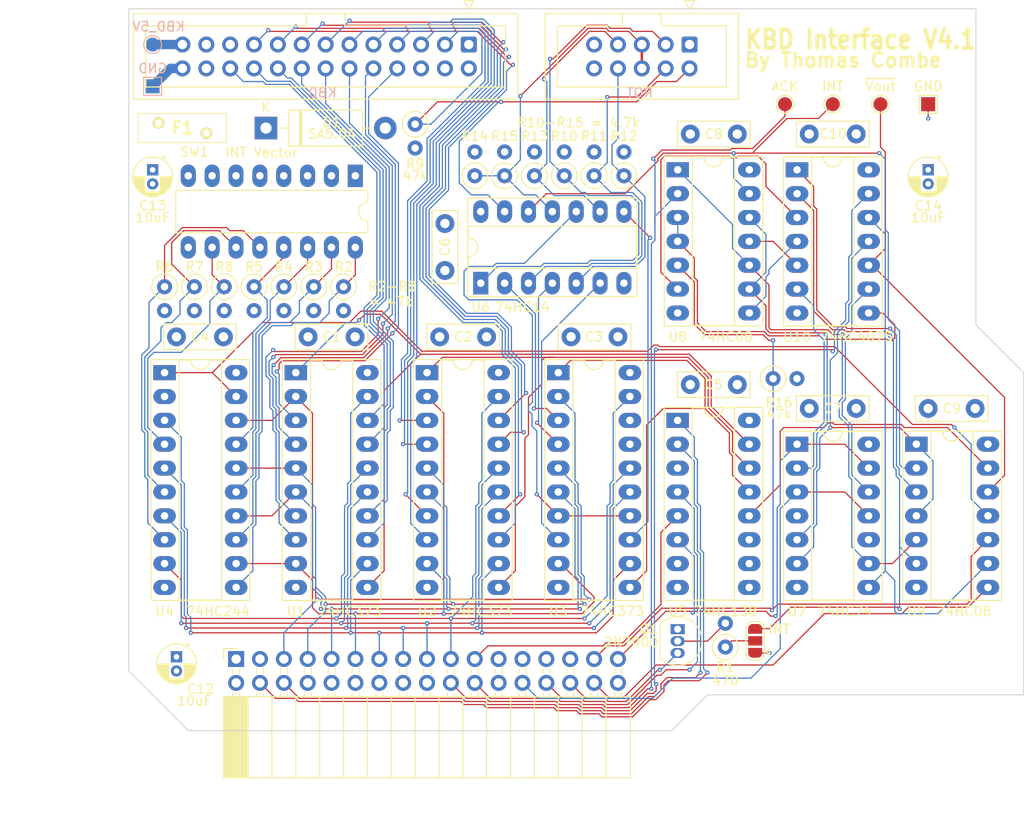
<source format=kicad_pcb>
(kicad_pcb (version 20221018) (generator pcbnew)
  (title_block (title "KBD & ROT interface Card") (date "2025-06-01") (rev "4.1") (comment 1 "Interfaces the Z80 computer with the KBD and the rotary board "))
  (layers (0 "F.Cu" signal) (1 "In1.Cu" signal) (2 "In2.Cu" signal) (31 "B.Cu" signal) (34 "B.Paste" user) (35 "F.Paste" user) (36 "B.SilkS" user "B.Silkscreen") (37 "F.SilkS" user "F.Silkscreen") (38 "B.Mask" user) (39 "F.Mask" user) (44 "Edge.Cuts" user))
  (net 0 "")
  (net 1 "/~{Vout}")
  (net 2 "/5V_1")
  (net 3 "GND")
  (net 4 "+5V")
  (net 5 "/V2")
  (net 6 "/V3")
  (net 7 "/V4")
  (net 8 "/~{CHB_2}")
  (net 9 "/IEI")
  (net 10 "/~{CHA_2}")
  (net 11 "/~{CHB_1}")
  (net 12 "/~{CHA_1}")
  (net 13 "/V7")
  (net 14 "/V6")
  (net 15 "/V5")
  (net 16 "/V1")
  (net 17 "/~{INT}")
  (net 18 "/~{X}")
  (net 19 "/X0")
  (net 20 "/D4")
  (net 21 "/X1")
  (net 22 "/D5")
  (net 23 "/X2")
  (net 24 "/D6")
  (net 25 "/X3")
  (net 26 "/D7")
  (net 27 "/X7")
  (net 28 "/D3")
  (net 29 "/X6")
  (net 30 "/D2")
  (net 31 "/X5")
  (net 32 "/D1")
  (net 33 "/X4")
  (net 34 "/D0")
  (net 35 "/~{Y}")
  (net 36 "/Y0")
  (net 37 "/Y1")
  (net 38 "/Y2")
  (net 39 "/Y3")
  (net 40 "/Y7")
  (net 41 "/Y6")
  (net 42 "/Y5")
  (net 43 "/Y4")
  (net 44 "/~{ROT}")
  (net 45 "/CHA_1'")
  (net 46 "/CHB_1'")
  (net 47 "/CHA_2'")
  (net 48 "/CHB_2'")
  (net 49 "/A0")
  (net 50 "/A1")
  (net 51 "/A2")
  (net 52 "/~{PortEnable}")
  (net 53 "/~{RD}")
  (net 54 "/SET")
  (net 55 "/IEO")
  (net 56 "/~{IORQ}")
  (net 57 "/~{M1}")
  (net 58 "/~{BTN}")
  (net 59 "/A3")
  (net 60 "/A4")
  (net 61 "/A5")
  (net 62 "/A6")
  (net 63 "/A7")
  (net 64 "/~{WAIT}")
  (net 65 "/~{WR}")
  (net 66 "/~{MREQ}")
  (net 67 "/CLK")
  (net 68 "/~{Reset}")
  (net 76 "Net-(Q1-G)")
  (net 77 "/~{PRESS}")
  (net 78 "Net-(JP1-C)")
  (net 79 "/BTN'")
  (net 84 "/B")
  (net 85 "/Com1")
  (net 86 "/ProdA1")
  (net 87 "/ProdA2")
  (net 88 "/A")
  (net 89 "/ProdA3")
  (net 90 "/~{A}")
  (net 91 "/ProdB1")
  (net 92 "/Com2")
  (net 93 "/~{B}")
  (net 94 "/Ain")
  (net 95 "/Bin")
  (net 97 "/ACK")
  (net 98 "/~{ACK}")
  (net 100 "/~{V}")
  (net 101 "/~{VEC}")
  (footprint "Resistor_THT:R_Axial_DIN0207_L6.3mm_D2.5mm_P2.54mm_Vertical" (layer "F.Cu") (at 130.175 74.93 90)
    (fp_text reference "R15")
    (fp_text value "4.7k")
  )
  (footprint "Resistor_THT:R_Axial_DIN0207_L6.3mm_D2.5mm_P2.54mm_Vertical" (layer "F.Cu") (at 97.155 86.741 -90)
    (fp_text reference "R7")
    (fp_text value "47k")
  )
  (footprint "Capacitor_THT:C_Disc_D7.5mm_W2.5mm_P5.00mm" (layer "F.Cu") (at 123.825 80.01 -90)
    (fp_text reference "C6")
    (fp_text value "10nF")
  )
  (footprint "TestPoint:TestPoint_Pad_D1.5mm" (layer "F.Cu") (at 160.02 67.31)
    (fp_text reference "TP3")
    (fp_text value "ACK")
  )
  (footprint "Capacitor_THT:CP_Radial_D4.0mm_P1.50mm" (layer "F.Cu") (at 95.25 126.135 -90)
    (fp_text reference "C12")
    (fp_text value "10uF")
  )
  (footprint "Capacitor_THT:C_Disc_D7.5mm_W2.5mm_P5.00mm" (layer "F.Cu") (at 100.25 92.075 180)
    (fp_text reference "C4")
    (fp_text value "10nF")
  )
  (footprint "Jumper:SolderJumper-3_P1.3mm_Open_RoundedPad1.0x1.5mm" (layer "F.Cu") (at 156.845 124.43 90)
    (fp_text reference "JP1" hide)
    (fp_text value "INT")
  )
  (footprint "Package_DIP:DIP-14_W7.62mm_Socket_LongPads" (layer "F.Cu") (at 161.3 74.295)
    (fp_text reference "U10")
    (fp_text value "74HC4075")
  )
  (footprint "Capacitor_THT:C_Disc_D7.5mm_W2.5mm_P5.00mm" (layer "F.Cu") (at 167.6 70.485 180)
    (fp_text reference "C10")
    (fp_text value "10nF")
  )
  (footprint "Connector_IDC:IDC-Header_2x05_P2.54mm_Vertical" (layer "F.Cu") (at 149.86 60.96 -90)
    (fp_text reference "J2")
    (fp_text value "Conn_01x10")
  )
  (footprint "Capacitor_THT:C_Disc_D7.5mm_W2.5mm_P5.00mm" (layer "F.Cu") (at 114.26 92.075 180)
    (fp_text reference "C1")
    (fp_text value "10nF")
  )
  (footprint "Capacitor_THT:C_Disc_D7.5mm_W2.5mm_P5.00mm" (layer "F.Cu") (at 154.94 70.49 180)
    (fp_text reference "C8")
    (fp_text value "10nF")
  )
  (footprint "Package_TO_SOT_THT:TO-92_Inline" (layer "F.Cu") (at 148.59 123.19 -90)
    (fp_text reference "Q1")
    (fp_text value "2N7000")
  )
  (footprint "Package_DIP:DIP-14_W7.62mm_Socket_LongPads" (layer "F.Cu") (at 174 103.5)
    (fp_text reference "U9")
    (fp_text value "74HC08")
  )
  (footprint "Connector_IDC:IDC-Header_2x13_P2.54mm_Vertical" (layer "F.Cu") (at 126.365 60.96 -90)
    (fp_text reference "J1")
    (fp_text value "Conn_01x26")
  )
  (footprint "Capacitor_THT:C_Disc_D7.5mm_W2.5mm_P5.00mm" (layer "F.Cu") (at 180.26 99.695 180)
    (fp_text reference "C9")
    (fp_text value "10nF")
  )
  (footprint "TestPoint:TestPoint_Pad_D1.5mm" (layer "F.Cu") (at 170.18 67.31)
    (fp_text reference "TP7")
    (fp_text value "~{Vout}")
  )
  (footprint "Resistor_THT:R_Axial_DIN0207_L6.3mm_D2.5mm_P2.54mm_Vertical" (layer "F.Cu") (at 113.03 86.741 -90)
    (fp_text reference "R2")
    (fp_text value "47k")
  )
  (footprint "Package_DIP:DIP-16_W7.62mm_Socket_LongPads" (layer "F.Cu") (at 148.59 100.965)
    (fp_text reference "U5")
    (fp_text value "74HC138")
  )
  (footprint "Capacitor_THT:C_Disc_D7.5mm_W2.5mm_P5.00mm" (layer "F.Cu") (at 154.94 97.155 180)
    (fp_text reference "C5")
    (fp_text value "10nF")
  )
  (footprint "Resistor_THT:R_Axial_DIN0207_L6.3mm_D2.5mm_P2.54mm_Vertical" (layer "F.Cu") (at 93.98 86.741 -90)
    (fp_text reference "R6")
    (fp_text value "47k")
  )
  (footprint "Resistor_THT:R_Axial_DIN0207_L6.3mm_D2.5mm_P2.54mm_Vertical" (layer "F.Cu") (at 100.33 86.741 -90)
    (fp_text reference "R8")
    (fp_text value "47k")
  )
  (footprint "Package_DIP:DIP-14_W7.62mm_Socket_LongPads" (layer "F.Cu") (at 148.6 74.29)
    (fp_text reference "U8")
    (fp_text value "74HC08")
  )
  (footprint "Resistor_THT:R_Axial_DIN0207_L6.3mm_D2.5mm_P2.54mm_Vertical" (layer "F.Cu") (at 106.68 86.741 -90)
    (fp_text reference "R4")
    (fp_text value "47k")
  )
  (footprint "Resistor_THT:R_Axial_DIN0207_L6.3mm_D2.5mm_P2.54mm_Vertical" (layer "F.Cu") (at 127 74.93 90)
    (fp_text reference "R14")
    (fp_text value "4.7k")
  )
  (footprint "TestPoint:TestPoint_Pad_1.5x1.5mm" (layer "F.Cu") (at 175.26 67.31)
    (fp_text reference "TP6")
    (fp_text value "GND")
  )
  (footprint "Resistor_THT:R_Axial_DIN0207_L6.3mm_D2.5mm_P2.54mm_Vertical" (layer "F.Cu") (at 120.65 69.44 -90)
    (fp_text reference "R9")
    (fp_text value "47k")
  )
  (footprint "Resistor_THT:R_Axial_DIN0207_L6.3mm_D2.5mm_P2.54mm_Vertical" (layer "F.Cu") (at 142.875 74.93 90)
    (fp_text reference "R12")
    (fp_text value "4.7k")
  )
  (footprint "Capacitor_THT:C_Disc_D7.5mm_W2.5mm_P5.00mm" (layer "F.Cu") (at 123.26 92.075)
    (fp_text reference "C2")
    (fp_text value "10nF")
  )
  (footprint "0ZRR0005FF1E:0ZRR0005FF1E" (layer "F.Cu") (at 93.335 69.3)
    (fp_text reference "F1")
    (fp_text value "0ZRR0005FF1E" hide)
  )
  (footprint "Package_DIP:DIP-20_W7.62mm_Socket_LongPads" (layer "F.Cu") (at 107.95 95.885)
    (fp_text reference "U1")
    (fp_text value "74HC373")
  )
  (footprint "Diode_THT:D_DO-15_P12.70mm_Horizontal" (layer "F.Cu") (at 104.775 69.85)
    (fp_text reference "D1")
    (fp_text value "SA5.0A")
  )
  (footprint "Capacitor_THT:C_Disc_D7.5mm_W2.5mm_P5.00mm" (layer "F.Cu") (at 142.24 92.07 180)
    (fp_text reference "C3")
    (fp_text value "10nF")
  )
  (footprint "Package_DIP:DIP-14_W7.62mm_Socket_LongPads" (layer "F.Cu") (at 127.635 86.36 90)
    (fp_text reference "U6")
    (fp_text value "74HC14")
  )
  (footprint "Package_DIP:DIP-16_W7.62mm_LongPads" (layer "F.Cu") (at 114.285 74.93 -90)
    (fp_text reference "SW1")
    (fp_text value "SW_DIP_x08")
  )
  (footprint "Package_DIP:DIP-20_W7.62mm_Socket_LongPads" (layer "F.Cu") (at 135.89 95.885)
    (fp_text reference "U3")
    (fp_text value "74HC373")
  )
  (footprint "Resistor_THT:R_Axial_DIN0207_L6.3mm_D2.5mm_P2.54mm_Vertical" (layer "F.Cu") (at 158.75 96.52)
    (fp_text reference "R16")
    (fp_text value "47k")
  )
  (footprint "Package_DIP:DIP-20_W7.62mm_Socket_LongPads" (layer "F.Cu") (at 93.98 95.885)
    (fp_text reference "U4")
    (fp_text value "74HC244")
  )
  (footprint "TestPoint:TestPoint_Pad_D1.5mm" (layer "F.Cu") (at 165.1 67.31)
    (fp_text reference "TP4")
    (fp_text value "INT")
  )
  (footprint "Resistor_THT:R_Axial_DIN0207_L6.3mm_D2.5mm_P2.54mm_Vertical" (layer "F.Cu") (at 103.505 86.741 -90)
    (fp_text reference "R5")
    (fp_text value "47k")
  )
  (footprint "Connector_PinSocket_2.54mm:PinSocket_2x17_P2.54mm_Horizontal" (layer "F.Cu") (at 101.6 126.365 90)
    (fp_text reference "J3")
    (fp_text value "Conn_02x17_Odd_Even")
  )
  (footprint "Package_DIP:DIP-20_W7.62mm_Socket_LongPads" (layer "F.Cu") (at 121.92 95.885)
    (fp_text reference "U2")
    (fp_text value "74HC373")
  )
  (footprint "Resistor_THT:R_Axial_DIN0207_L6.3mm_D2.5mm_P2.54mm_Vertical" (layer "F.Cu") (at 109.855 86.741 -90)
    (fp_text reference "R3")
    (fp_text value "47k")
  )
  (footprint "Package_DIP:DIP-14_W7.62mm_Socket_LongPads" (layer "F.Cu") (at 161.3 103.505)
    (fp_text reference "U7")
    (fp_text value "74HC74")
  )
  (footprint "Resistor_THT:R_Axial_DIN0207_L6.3mm_D2.5mm_P2.54mm_Vertical" (layer "F.Cu") (at 153.67 125.095 90)
    (fp_text reference "R1")
    (fp_text value "470")
  )
  (footprint "Capacitor_THT:CP_Radial_D4.0mm_P1.50mm" (layer "F.Cu") (at 175.26 74.295 -90)
    (fp_text reference "C14")
    (fp_text value "10uF")
  )
  (footprint "Resistor_THT:R_Axial_DIN0207_L6.3mm_D2.5mm_P2.54mm_Vertical" (layer "F.Cu") (at 136.525 74.93 90)
    (fp_text reference "R10")
    (fp_text value "4.7k")
  )
  (footprint "Capacitor_THT:CP_Radial_D4.0mm_P1.50mm" (layer "F.Cu") (at 92.71 74.295 -90)
    (fp_text reference "C13")
    (fp_text value "10uF")
  )
  (footprint "Resistor_THT:R_Axial_DIN0207_L6.3mm_D2.5mm_P2.54mm_Vertical" (layer "F.Cu") (at 139.7 74.93 90)
    (fp_text reference "R11")
    (fp_text value "4.7k")
  )
  (footprint "Capacitor_THT:C_Disc_D7.5mm_W2.5mm_P5.00mm" (layer "F.Cu") (at 167.6 99.695 180)
    (fp_text reference "C7")
    (fp_text value "10nF")
  )
  (footprint "Resistor_THT:R_Axial_DIN0207_L6.3mm_D2.5mm_P2.54mm_Vertical" (layer "F.Cu") (at 133.35 74.93 90)
    (fp_text reference "R13")
    (fp_text value "4.7k")
  )
  (footprint "TestPoint:TestPoint_Pad_D1.5mm" (layer "B.Cu") (at 92.71 60.96 180)
    (fp_text reference "TP5" hide)
    (fp_text value "KBD_5V")
  )
  (footprint "TestPoint:TestPoint_Pad_1.5x1.5mm" (layer "B.Cu") (at 92.71 65.405 180)
    (fp_text reference "TP8")
    (fp_text value "GND")
  )
  (gr_line (start 180.34 90.805) (end 180.34 57.15) (stroke (width 0.1)) (layer "Edge.Cuts"))
  (gr_line (start 96.52 133.985) (end 90.17 127.635) (stroke (width 0.1)) (layer "Edge.Cuts"))
  (gr_line (start 180.34 57.15) (end 90.17 57.15) (stroke (width 0.1)) (layer "Edge.Cuts"))
  (gr_line (start 147.955 133.985) (end 151.765 130.175) (stroke (width 0.1)) (layer "Edge.Cuts"))
  (gr_line (start 151.765 130.175) (end 185.42 130.175) (stroke (width 0.1)) (layer "Edge.Cuts"))
  (gr_line (start 96.52 133.985) (end 147.955 133.985) (stroke (width 0.1)) (layer "Edge.Cuts"))
  (gr_line (start 185.42 95.885) (end 180.34 90.805) (stroke (width 0.1)) (layer "Edge.Cuts"))
  (gr_line (start 185.42 130.175) (end 185.42 95.885) (stroke (width 0.1)) (layer "Edge.Cuts"))
  (gr_line (start 90.17 127.635) (end 90.17 57.15) (stroke (width 0.1)) (layer "Edge.Cuts"))
  (gr_text "KBD" (at 112.395 66.675) (layer "B.SilkS") (effects (font (size 1 1)) (justify left bottom mirror)))
  (gr_text "ROT" (at 146.05 66.675) (layer "B.SilkS") (effects (font (size 1 1)) (justify left bottom mirror)))
  (gr_text "INT Vector" (at 100.33 73.025) (layer "F.SilkS") (effects (font (size 1 1)) (justify left bottom)))
  (gr_text "By Thomas Combe" (at 155.575 63.5) (layer "F.SilkS") (effects (font (size 1.5 1.5) (thickness 0.3) bold) (justify left bottom)))
  (gr_text "KBD Interface V4.1" (at 155.575 61.595) (layer "F.SilkS") (effects (font (size 2 1.7) (thickness 0.4) bold) (justify left bottom)))
  (gr_text "R10-R15 = 4.7k" (at 131.445 69.85) (layer "F.SilkS") (effects (font (size 1 1)) (justify left bottom)))
  (gr_text "R2-R8 \n= 47k" (at 115.57 88.9) (layer "F.SilkS") (effects (font (size 1 1)) (justify left bottom)))
  (segment (start 170.18 71.882) (end 170.688 72.39) (width 0.127) (layer "F.Cu") (net 1))
  (segment (start 170.18 67.31) (end 170.18 71.882) (width 0.127) (layer "F.Cu") (net 1))
  (segment (start 169.32 84.455) (end 183.388 98.523) (width 0.127) (layer "F.Cu") (net 1))
  (segment (start 168.92 84.455) (end 169.32 84.455) (width 0.127) (layer "F.Cu") (net 1))
  (segment (start 170.688 82.687) (end 168.92 84.455) (width 0.127) (layer "F.Cu") (net 1))
  (segment (start 183.388 106.812) (end 181.62 108.58) (width 0.127) (layer "F.Cu") (net 1))
  (segment (start 183.388 98.523) (end 183.388 106.812) (width 0.127) (layer "F.Cu") (net 1))
  (segment (start 170.688 72.39) (end 170.688 82.687) (width 0.127) (layer "F.Cu") (net 1))
  (segment (start 95.885 60.96) (end 92.71 60.96) (width 1) (layer "B.Cu") (net 2))
  (segment (start 156.845 125.73) (end 158.369 125.73) (width 0.127) (layer "F.Cu") (net 3))
  (segment (start 175.26 67.31) (end 175.26 68.834) (width 0.127) (layer "F.Cu") (net 3))
  (via (at 175.26 68.834) (size 0.45) (drill 0.2) (layers "F.Cu" "B.Cu") (net 3))
  (via (at 158.369 125.73) (size 0.45) (drill 0.2) (layers "F.Cu" "B.Cu") (net 3))
  (segment (start 94.615 63.5) (end 92.71 65.405) (width 1) (layer "B.Cu") (net 3))
  (segment (start 95.885 63.5) (end 94.615 63.5) (width 1) (layer "B.Cu") (net 3))
  (segment (start 94.742 84.328) (end 97.155 86.741) (width 0.127) (layer "F.Cu") (net 5))
  (segment (start 101.585 82.55) (end 99.807 80.772) (width 0.127) (layer "F.Cu") (net 5))
  (segment (start 94.742 82.042) (end 94.742 84.328) (width 0.127) (layer "F.Cu") (net 5))
  (segment (start 96.012 80.772) (end 94.742 82.042) (width 0.127) (layer "F.Cu") (net 5))
  (segment (start 96.012 80.772) (end 99.807 80.772) (width 0.127) (layer "F.Cu") (net 5))
  (segment (start 91.875 101.862448) (end 91.875 94.225552) (width 0.127) (layer "B.Cu") (net 5))
  (segment (start 95.631 89.662) (end 95.631 88.265) (width 0.127) (layer "B.Cu") (net 5))
  (segment (start 95.631 88.265) (end 97.155 86.741) (width 0.127) (layer "B.Cu") (net 5))
  (segment (start 92.202 106.807) (end 92.202 102.189448) (width 0.127) (layer "B.Cu") (net 5))
  (segment (start 94.742 90.551) (end 95.631 89.662) (width 0.127) (layer "B.Cu") (net 5))
  (segment (start 93.599 92.501552) (end 93.599 91.104552) (width 0.127) (layer "B.Cu") (net 5))
  (segment (start 93.98 108.585) (end 92.202 106.807) (width 0.127) (layer "B.Cu") (net 5))
  (segment (start 91.875 94.225552) (end 93.599 92.501552) (width 0.127) (layer "B.Cu") (net 5))
  (segment (start 92.202 102.189448) (end 91.875 101.862448) (width 0.127) (layer "B.Cu") (net 5))
  (segment (start 94.152552 90.551) (end 94.742 90.551) (width 0.127) (layer "B.Cu") (net 5))
  (segment (start 93.599 91.104552) (end 94.152552 90.551) (width 0.127) (layer "B.Cu") (net 5))
  (segment (start 93.98 82.341552) (end 93.98 86.741) (width 0.127) (layer "F.Cu") (net 6))
  (segment (start 100.919448 80.772) (end 100.592448 80.445) (width 0.127) (layer "F.Cu") (net 6))
  (segment (start 102.347 80.772) (end 100.919448 80.772) (width 0.127) (layer "F.Cu") (net 6))
  (segment (start 104.125 82.55) (end 102.347 80.772) (width 0.127) (layer "F.Cu") (net 6))
  (segment (start 100.592448 80.445) (end 95.876552 80.445) (width 0.127) (layer "F.Cu") (net 6))
  (segment (start 93.98 82.341552) (end 95.876552 80.445) (width 0.127) (layer "F.Cu") (net 6))
  (segment (start 92.202 111.887) (end 93.98 113.665) (width 0.127) (layer "B.Cu") (net 6))
  (segment (start 91.875 102.324896) (end 91.875 106.942448) (width 0.127) (layer "B.Cu") (net 6))
  (segment (start 92.329 88.392) (end 92.329 93.218) (width 0.127) (layer "B.Cu") (net 6))
  (segment (start 92.202 107.95) (end 92.202 107.269448) (width 0.127) (layer "B.Cu") (net 6))
  (segment (start 93.98 86.741) (end 92.329 88.392) (width 0.127) (layer "B.Cu") (net 6))
  (segment (start 92.202 107.95) (end 92.202 111.887) (width 0.127) (layer "B.Cu") (net 6))
  (segment (start 92.329 93.218) (end 91.548 93.999) (width 0.127) (layer "B.Cu") (net 6))
  (segment (start 92.202 107.315) (end 92.202 107.269448) (width 0.127) (layer "B.Cu") (net 6))
  (segment (start 92.202 107.315) (end 92.202 107.95) (width 0.127) (layer "B.Cu") (net 6))
  (segment (start 91.548 101.997896) (end 91.875 102.324896) (width 0.127) (layer "B.Cu") (net 6))
  (segment (start 91.875 106.942448) (end 92.202 107.269448) (width 0.127) (layer "B.Cu") (net 6))
  (segment (start 91.548 93.999) (end 91.548 101.997896) (width 0.127) (layer "B.Cu") (net 6))
  (segment (start 106.665 83.581) (end 103.505 86.741) (width 0.127) (layer "F.Cu") (net 7))
  (segment (start 106.665 82.55) (end 106.665 83.581) (width 0.127) (layer "F.Cu") (net 7))
  (segment (start 103.378 101.727) (end 101.6 103.505) (width 0.127) (layer "B.Cu") (net 7))
  (segment (start 104.902 90.043) (end 103.378 91.567) (width 0.127) (layer "B.Cu") (net 7))
  (segment (start 104.902 88.138) (end 104.902 90.043) (width 0.127) (layer "B.Cu") (net 7))
  (segment (start 103.378 91.567) (end 103.378 101.727) (width 0.127) (layer "B.Cu") (net 7))
  (segment (start 103.505 86.741) (end 104.902 88.138) (width 0.127) (layer "B.Cu") (net 7))
  (segment (start 140.843 59.563) (end 142.24 60.96) (width 0.127) (layer "F.Cu") (net 8))
  (segment (start 134.366 64.389) (end 139.192 59.563) (width 0.127) (layer "F.Cu") (net 8))
  (segment (start 139.192 59.563) (end 140.843 59.563) (width 0.127) (layer "F.Cu") (net 8))
  (segment (start 134.366 64.643) (end 134.366 64.389) (width 0.127) (layer "F.Cu") (net 8))
  (via (at 134.366 64.643) (size 0.45) (drill 0.2) (layers "F.Cu" "B.Cu") (net 8))
  (segment (start 134.366 64.643) (end 134.674 64.951) (width 0.127) (layer "B.Cu") (net 8))
  (segment (start 134.674 73.606) (end 133.35 74.93) (width 0.127) (layer "B.Cu") (net 8))
  (segment (start 140.335 78.74) (end 138.63 77.035) (width 0.127) (layer "B.Cu") (net 8))
  (segment (start 135.455 77.035) (end 133.35 74.93) (width 0.127) (layer "B.Cu") (net 8))
  (segment (start 134.674 64.951) (end 134.674 73.606) (width 0.127) (layer "B.Cu") (net 8))
  (segment (start 138.63 77.035) (end 135.455 77.035) (width 0.127) (layer "B.Cu") (net 8))
  (segment (start 150.368 90.723552) (end 151.484448 91.84) (width 0.127) (layer "F.Cu") (net 9))
  (segment (start 158.623 121.158) (end 159.258 120.523) (width 0.127) (layer "F.Cu") (net 9))
  (segment (start 146.885 120.958) (end 142.875 124.968) (width 0.127) (layer "F.Cu") (net 9))
  (segment (start 148.6 84.45) (end 150.368 86.218) (width 0.127) (layer "F.Cu") (net 9))
  (segment (start 179.832 120.065552) (end 179.374552 120.523) (width 0.127) (layer "F.Cu") (net 9))
  (segment (start 158.623 121.158) (end 158.423 120.958) (width 0.127) (layer "F.Cu") (net 9))
  (segment (start 181.62 113.66) (end 179.832 115.448) (width 0.127) (layer "F.Cu") (net 9))
  (segment (start 146.885 120.958) (end 158.423 120.958) (width 0.127) (layer "F.Cu") (net 9))
  (segment (start 150.368 86.218) (end 150.368 90.723552) (width 0.127) (layer "F.Cu") (net 9))
  (segment (start 179.832 115.448) (end 179.832 120.065552) (width 0.127) (layer "F.Cu") (net 9))
  (segment (start 179.374552 120.523) (end 159.258 120.523) (width 0.127) (layer "F.Cu") (net 9))
  (segment (start 158.295 92.455) (end 158.75 92.455) (width 0.127) (layer "F.Cu") (net 9))
  (segment (start 157.68 91.84) (end 158.295 92.455) (width 0.127) (layer "F.Cu") (net 9))
  (segment (start 141.097 124.968) (end 139.7 126.365) (width 0.127) (layer "F.Cu") (net 9))
  (segment (start 142.875 124.968) (end 141.097 124.968) (width 0.127) (layer "F.Cu") (net 9))
  (segment (start 151.484448 91.84) (end 157.68 91.84) (width 0.127) (layer "F.Cu") (net 9))
  (via (at 158.623 121.158) (size 0.45) (drill 0.2) (layers "F.Cu" "B.Cu") (net 9))
  (via (at 158.75 92.455) (size 0.45) (drill 0.2) (layers "F.Cu" "B.Cu") (net 9))
  (segment (start 158.623 121.158) (end 158.75 121.031) (width 0.127) (layer "B.Cu") (net 9))
  (segment (start 158.75 121.031) (end 158.75 96.52) (width 0.127) (layer "B.Cu") (net 9))
  (segment (start 158.75 96.52) (end 158.75 92.455) (width 0.127) (layer "B.Cu") (net 9))
  (segment (start 137.795 86.36) (end 139.573 84.582) (width 0.127) (layer "B.Cu") (net 10))
  (segment (start 141.605 73.66) (end 142.875 74.93) (width 0.127) (layer "B.Cu") (net 10))
  (segment (start 142.24 63.5) (end 142.24 70.993) (width 0.127) (layer "B.Cu") (net 10))
  (segment (start 145.107 83.574448) (end 145.107 77.162) (width 0.127) (layer "B.Cu") (net 10))
  (segment (start 141.605 71.628) (end 141.605 73.66) (width 0.127) (layer "B.Cu") (net 10))
  (segment (start 139.573 84.582) (end 144.099448 84.582) (width 0.127) (layer "B.Cu") (net 10))
  (segment (start 145.107 77.162) (end 142.875 74.93) (width 0.127) (layer "B.Cu") (net 10))
  (segment (start 142.24 70.993) (end 141.605 71.628) (width 0.127) (layer "B.Cu") (net 10))
  (segment (start 144.099448 84.582) (end 145.107 83.574448) (width 0.127) (layer "B.Cu") (net 10))
  (segment (start 141.097 66.548) (end 144.272 66.548) (width 0.127) (layer "F.Cu") (net 11))
  (segment (start 144.272 66.548) (end 147.32 63.5) (width 0.127) (layer "F.Cu") (net 11))
  (via (at 141.097 66.548) (size 0.45) (drill 0.2) (layers "F.Cu" "B.Cu") (net 11))
  (segment (start 144.78 83.439) (end 144.78 77.707448) (width 0.127) (layer "B.Cu") (net 11))
  (segment (start 141.097 66.548) (end 141.097 73.533) (width 0.127) (layer "B.Cu") (net 11))
  (segment (start 132.715 86.36) (end 134.493 84.582) (width 0.127) (layer "B.Cu") (net 11))
  (segment (start 134.493 84.582) (end 139.110552 84.582) (width 0.127) (layer "B.Cu") (net 11))
  (segment (start 143.780552 76.708) (end 141.478 76.708) (width 0.127) (layer "B.Cu") (net 11))
  (segment (start 141.478 76.708) (end 139.7 74.93) (width 0.127) (layer "B.Cu") (net 11))
  (segment (start 144.78 77.707448) (end 143.780552 76.708) (width 0.127) (layer "B.Cu") (net 11))
  (segment (start 139.110552 84.582) (end 139.437552 84.255) (width 0.127) (layer "B.Cu") (net 11))
  (segment (start 143.964 84.255) (end 144.78 83.439) (width 0.127) (layer "B.Cu") (net 11))
  (segment (start 141.097 73.533) (end 139.7 74.93) (width 0.127) (layer "B.Cu") (net 11))
  (segment (start 139.437552 84.255) (end 143.964 84.255) (width 0.127) (layer "B.Cu") (net 11))
  (segment (start 145.923 59.563) (end 143.845448 59.563) (width 0.127) (layer "F.Cu") (net 12))
  (segment (start 141.440896 59.236) (end 141.113896 58.909) (width 0.127) (layer "F.Cu") (net 12))
  (segment (start 135.346104 62.484) (end 135.001 62.484) (width 0.127) (layer "F.Cu") (net 12))
  (segment (start 141.113896 58.909) (end 138.921104 58.909) (width 0.127) (layer "F.Cu") (net 12))
  (segment (start 143.518448 59.236) (end 141.440896 59.236) (width 0.127) (layer "F.Cu") (net 12))
  (segment (start 143.845448 59.563) (end 143.518448 59.236) (width 0.127) (layer "F.Cu") (net 12))
  (segment (start 138.921104 58.909) (end 135.346104 62.484) (width 0.127) (layer "F.Cu") (net 12))
  (segment (start 147.32 60.96) (end 145.923 59.563) (width 0.127) (layer "F.Cu") (net 12))
  (via (at 135.001 62.484) (size 0.45) (drill 0.2) (layers "F.Cu" "B.Cu") (net 12))
  (segment (start 143.645104 77.035) (end 144.453 77.842896) (width 0.127) (layer "B.Cu") (net 12))
  (segment (start 139.302104 83.928) (end 138.975104 84.255) (width 0.127) (layer "B.Cu") (net 12))
  (segment (start 138.975104 84.255) (end 134.357552 84.255) (width 0.127) (layer "B.Cu") (net 12))
  (segment (start 134.030552 84.582) (end 129.413 84.582) (width 0.127) (layer "B.Cu") (net 12))
  (segment (start 136.525 74.93) (end 138.303 76.708) (width 0.127) (layer "B.Cu") (net 12))
  (segment (start 144.453 77.842896) (end 144.453 83.303552) (width 0.127) (layer "B.Cu") (net 12))
  (segment (start 138.765448 76.708) (end 139.092448 77.035) (width 0.127) (layer "B.Cu") (net 12))
  (segment (start 135.001 73.406) (end 136.525 74.93) (width 0.127) (layer "B.Cu") (net 12))
  (segment (start 139.092448 77.035) (end 143.645104 77.035) (width 0.127) (layer "B.Cu") (net 12))
  (segment (start 135.001 62.484) (end 135.001 73.406) (width 0.127) (layer "B.Cu") (net 12))
  (segment (start 144.453 83.303552) (end 143.828552 83.928) (width 0.127) (layer "B.Cu") (net 12))
  (segment (start 143.828552 83.928) (end 139.302104 83.928) (width 0.127) (layer "B.Cu") (net 12))
  (segment (start 134.357552 84.255) (end 134.030552 84.582) (width 0.127) (layer "B.Cu") (net 12))
  (segment (start 129.413 84.582) (end 127.635 86.36) (width 0.127) (layer "B.Cu") (net 12))
  (segment (start 138.303 76.708) (end 138.765448 76.708) (width 0.127) (layer "B.Cu") (net 12))
  (segment (start 114.285 82.55) (end 114.285 85.486) (width 0.127) (layer "F.Cu") (net 13))
  (segment (start 114.285 85.486) (end 113.03 86.741) (width 0.127) (layer "F.Cu") (net 13))
  (segment (start 113.03 86.741) (end 111.506 88.265) (width 0.127) (layer "B.Cu") (net 13))
  (segment (start 107.777448 90.551) (end 107.450448 90.878) (width 0.127) (layer "B.Cu") (net 13))
  (segment (start 104.359 91.973344) (end 104.359 102.133344) (width 0.127) (layer "B.Cu") (net 13))
  (segment (start 103.378 116.967) (end 101.6 118.745) (width 0.127) (layer "B.Cu") (net 13))
  (segment (start 103.705 112.022448) (end 103.378 112.349448) (width 0.127) (layer "B.Cu") (net 13))
  (segment (start 105.454344 90.878) (end 104.359 91.973344) (width 0.127) (layer "B.Cu") (net 13))
  (segment (start 104.032 102.460344) (end 104.032 107.077896) (width 0.127) (layer "B.Cu") (net 13))
  (segment (start 104.359 102.133344) (end 104.032 102.460344) (width 0.127) (layer "B.Cu") (net 13))
  (segment (start 103.705 107.404896) (end 103.705 112.022448) (width 0.127) (layer "B.Cu") (net 13))
  (segment (start 104.032 107.077896) (end 103.705 107.404896) (width 0.127) (layer "B.Cu") (net 13))
  (segment (start 107.450448 90.878) (end 105.454344 90.878) (width 0.127) (layer "B.Cu") (net 13))
  (segment (start 110.49 90.551) (end 107.777448 90.551) (width 0.127) (layer "B.Cu") (net 13))
  (segment (start 111.506 89.535) (end 110.49 90.551) (width 0.127) (layer "B.Cu") (net 13))
  (segment (start 111.506 88.265) (end 111.506 89.535) (width 0.127) (layer "B.Cu") (net 13))
  (segment (start 103.378 112.349448) (end 103.378 116.967) (width 0.127) (layer "B.Cu") (net 13))
  (segment (start 111.745 82.55) (end 111.745 84.851) (width 0.127) (layer "F.Cu") (net 14))
  (segment (start 111.745 84.851) (end 109.855 86.741) (width 0.127) (layer "F.Cu") (net 14))
  (segment (start 104.032 91.837896) (end 104.032 101.997896) (width 0.127) (layer "B.Cu") (net 14))
  (segment (start 105.318896 90.551) (end 104.032 91.837896) (width 0.127) (layer "B.Cu") (net 14))
  (segment (start 103.378 107.269448) (end 103.378 111.887) (width 0.127) (layer "B.Cu") (net 14))
  (segment (start 103.705 102.324896) (end 103.705 106.942448) (width 0.127) (layer "B.Cu") (net 14))
  (segment (start 103.705 106.942448) (end 103.378 107.269448) (width 0.127) (layer "B.Cu") (net 14))
  (segment (start 109.855 86.741) (end 108.331 88.265) (width 0.127) (layer "B.Cu") (net 14))
  (segment (start 108.331 88.265) (end 108.331 89.535) (width 0.127) (layer "B.Cu") (net 14))
  (segment (start 108.331 89.535) (end 107.315 90.551) (width 0.127) (layer "B.Cu") (net 14))
  (segment (start 103.378 111.887) (end 101.6 113.665) (width 0.127) (layer "B.Cu") (net 14))
  (segment (start 104.032 101.997896) (end 103.705 102.324896) (width 0.127) (layer "B.Cu") (net 14))
  (segment (start 107.315 90.551) (end 105.318896 90.551) (width 0.127) (layer "B.Cu") (net 14))
  (segment (start 109.205 82.55) (end 109.205 84.216) (width 0.127) (layer "F.Cu") (net 15))
  (segment (start 109.205 84.216) (end 106.68 86.741) (width 0.127) (layer "F.Cu") (net 15))
  (segment (start 103.705 91.702448) (end 103.705 101.862448) (width 0.127) (layer "B.Cu") (net 15))
  (segment (start 103.378 106.807) (end 101.6 108.585) (width 0.127) (layer "B.Cu") (net 15))
  (segment (start 105.229 90.178448) (end 103.705 91.702448) (width 0.127) (layer "B.Cu") (net 15))
  (segment (start 105.229 88.192) (end 105.229 90.178448) (width 0.127) (layer "B.Cu") (net 15))
  (segment (start 106.68 86.741) (end 105.229 88.192) (width 0.127) (layer "B.Cu") (net 15))
  (segment (start 103.378 102.189448) (end 103.378 106.807) (width 0.127) (layer "B.Cu") (net 15))
  (segment (start 103.705 101.862448) (end 103.378 102.189448) (width 0.127) (layer "B.Cu") (net 15))
  (segment (start 99.045 82.55) (end 99.045 85.456) (width 0.127) (layer "F.Cu") (net 16))
  (segment (start 99.045 85.456) (end 100.33 86.741) (width 0.127) (layer "F.Cu") (net 16))
  (segment (start 98.806 90.678) (end 95.758 93.726) (width 0.127) (layer "B.Cu") (net 16))
  (segment (start 95.758 93.726) (end 92.837 93.726) (width 0.127) (layer "B.Cu") (net 16))
  (segment (start 98.806 88.265) (end 98.806 90.678) (width 0.127) (layer "B.Cu") (net 16))
  (segment (start 92.202 94.361) (end 92.202 101.727) (width 0.127) (layer "B.Cu") (net 16))
  (segment (start 100.33 86.741) (end 98.806 88.265) (width 0.127) (layer "B.Cu") (net 16))
  (segment (start 92.202 101.727) (end 93.98 103.505) (width 0.127) (layer "B.Cu") (net 16))
  (segment (start 92.837 93.726) (end 92.202 94.361) (width 0.127) (layer "B.Cu") (net 16))
  (segment (start 140.888552 130.556) (end 138.811 130.556) (width 0.127) (layer "F.Cu") (net 17))
  (segment (start 146.50207 127.508) (end 143.12707 130.883) (width 0.127) (layer "F.Cu") (net 17))
  (segment (start 143.12707 130.883) (end 141.215552 130.883) (width 0.127) (layer "F.Cu") (net 17))
  (segment (start 141.215552 130.883) (end 140.888552 130.556) (width 0.127) (layer "F.Cu") (net 17))
  (segment (start 146.685 127.508) (end 146.50207 127.508) (width 0.127) (layer "F.Cu") (net 17))
  (segment (start 138.811 130.556) (end 137.16 128.905) (width 0.127) (layer "F.Cu") (net 17))
  (via (at 146.685 127.508) (size 0.45) (drill 0.2) (layers "F.Cu" "B.Cu") (net 17))
  (segment (start 146.812 127.508) (end 148.59 125.73) (width 0.127) (layer "B.Cu") (net 17))
  (segment (start 146.685 127.508) (end 146.812 127.508) (width 0.127) (layer "B.Cu") (net 17))
  (segment (start 116.967 89.662) (end 121.231 93.926) (width 0.127) (layer "F.Cu") (net 18))
  (segment (start 114.681 90.297) (end 115.316 89.662) (width 0.127) (layer "F.Cu") (net 18))
  (segment (start 121.285 93.926) (end 149.841896 93.926) (width 0.127) (layer "F.Cu") (net 18))
  (segment (start 115.316 89.662) (end 116.967 89.662) (width 0.127) (layer "F.Cu") (net 18))
  (segment (start 152.165 99.46) (end 152.165 96.249104) (width 0.127) (layer "F.Cu") (net 18))
  (segment (start 156.21 103.505) (end 152.165 99.46) (width 0.127) (layer "F.Cu") (net 18))
  (segment (start 121.231 93.926) (end 121.285 93.926) (width 0.127) (layer "F.Cu") (net 18))
  (segment (start 117.348 97.79) (end 117.348 116.967) (width 0.127) (layer "F.Cu") (net 18))
  (segment (start 117.348 116.967) (end 115.57 118.745) (width 0.127) (layer "F.Cu") (net 18))
  (segment (start 121.285 93.926) (end 121.212 93.926) (width 0.127) (layer "F.Cu") (net 18))
  (segment (start 121.212 93.926) (end 117.348 97.79) (width 0.127) (layer "F.Cu") (net 18))
  (segment (start 152.165 96.249104) (end 149.841896 93.926) (width 0.127) (layer "F.Cu") (net 18))
  (via (at 114.681 90.297) (size 0.45) (drill 0.2) (layers "F.Cu" "B.Cu") (net 18))
  (segment (start 113.284 90.551) (end 114.427 90.551) (width 0.127) (layer "B.Cu") (net 18))
  (segment (start 107.95 95.885) (end 113.284 90.551) (width 0.127) (layer "B.Cu") (net 18))
  (segment (start 114.427 90.551) (end 114.681 90.297) (width 0.127) (layer "B.Cu") (net 18))
  (segment (start 106.172 94.950268) (end 106.172 95.503) (width 0.127) (layer "F.Cu") (net 19))
  (segment (start 115.306344 94.615) (end 106.507268 94.615) (width 0.127) (layer "F.Cu") (net 19))
  (segment (start 106.507268 94.615) (end 106.172 94.950268) (width 0.127) (layer "F.Cu") (net 19))
  (segment (start 118.227344 91.694) (end 115.306344 94.615) (width 0.127) (layer "F.Cu") (net 19))
  (segment (start 118.237 91.694) (end 118.227344 91.694) (width 0.127) (layer "F.Cu") (net 19))
  (segment (start 106.172 95.503) (end 105.917 95.758) (width 0.127) (layer "F.Cu") (net 19))
  (via (at 105.917 95.758) (size 0.45) (drill 0.2) (layers "F.Cu" "B.Cu") (net 19))
  (via (at 118.237 91.694) (size 0.45) (drill 0.2) (layers "F.Cu" "B.Cu") (net 19))
  (segment (start 115.697 66.548) (end 118.745 63.5) (width 0.127) (layer "B.Cu") (net 19))
  (segment (start 106.172 96.013) (end 105.917 95.758) (width 0.127) (layer "B.Cu") (net 19))
  (segment (start 107.95 100.965) (end 106.172 99.187) (width 0.127) (layer "B.Cu") (net 19))
  (segment (start 106.172 99.187) (end 106.172 96.013) (width 0.127) (layer "B.Cu") (net 19))
  (segment (start 115.697 70.413208) (end 115.697 66.548) (width 0.127) (layer "B.Cu") (net 19))
  (segment (start 118.237 91.694) (end 118.872 91.059) (width 0.127) (layer "B.Cu") (net 19))
  (segment (start 118.872 91.059) (end 118.872 73.588208) (width 0.127) (layer "B.Cu") (net 19))
  (segment (start 118.872 73.588208) (end 115.697 70.413208) (width 0.127) (layer "B.Cu") (net 19))
  (segment (start 139.954 123.571) (end 127.762 123.571) (width 0.127) (layer "F.Cu") (net 20))
  (segment (start 113.792 123.571) (end 96.774 123.571) (width 0.127) (layer "F.Cu") (net 20))
  (segment (start 116.84 123.571) (end 113.792 123.571) (width 0.127) (layer "F.Cu") (net 20))
  (segment (start 116.84 123.571) (end 127.762 123.571) (width 0.127) (layer "F.Cu") (net 20))
  (segment (start 139.954 123.571) (end 141.732 121.793) (width 0.127) (layer "F.Cu") (net 20))
  (segment (start 141.732 121.793) (end 141.732 117.983) (width 0.127) (layer "F.Cu") (net 20))
  (segment (start 141.732 117.983) (end 143.51 116.205) (width 0.127) (layer "F.Cu") (net 20))
  (via (at 116.84 123.571) (size 0.45) (drill 0.2) (layers "F.Cu" "B.Cu") (net 20))
  (via (at 127.762 123.571) (size 0.45) (drill 0.2) (layers "F.Cu" "B.Cu") (net 20))
  (via (at 96.774 123.571) (size 0.45) (drill 0.2) (layers "F.Cu" "B.Cu") (net 20))
  (via (at 113.792 123.571) (size 0.45) (drill 0.2) (layers "F.Cu" "B.Cu") (net 20))
  (segment (start 96.412 112.632104) (end 96.085 112.305104) (width 0.127) (layer "B.Cu") (net 20))
  (segment (start 127.762 117.983) (end 129.54 116.205) (width 0.127) (layer "B.Cu") (net 20))
  (segment (start 113.792 123.571) (end 113.792 117.983) (width 0.127) (layer "B.Cu") (net 20))
  (segment (start 113.792 117.983) (end 115.57 116.205) (width 0.127) (layer "B.Cu") (net 20))
  (segment (start 95.758 102.743) (end 93.98 100.965) (width 0.127) (layer "B.Cu") (net 20))
  (segment (start 96.085 112.305104) (end 96.085 107.687552) (width 0.127) (layer "B.Cu") (net 20))
  (segment (start 96.774 121.929208) (end 96.412 121.567208) (width 0.127) (layer "B.Cu") (net 20))
  (segment (start 96.085 107.687552) (end 95.758 107.360552) (width 0.127) (layer "B.Cu") (net 20))
  (segment (start 96.774 123.571) (end 96.774 121.929208) (width 0.127) (layer "B.Cu") (net 20))
  (segment (start 96.412 121.567208) (end 96.412 112.632104) (width 0.127) (layer "B.Cu") (net 20))
  (segment (start 95.758 107.360552) (end 95.758 102.743) (width 0.127) (layer "B.Cu") (net 20))
  (segment (start 116.84 126.365) (end 116.84 123.571) (width 0.127) (layer "B.Cu") (net 20))
  (segment (start 127.762 123.571) (end 127.762 117.983) (width 0.127) (layer "B.Cu") (net 20))
  (segment (start 117.729 91.186) (end 117.729 91.729896) (width 0.127) (layer "F.Cu") (net 21))
  (segment (start 117.729 91.729896) (end 115.170896 94.288) (width 0.127) (layer "F.Cu") (net 21))
  (segment (start 115.170896 94.288) (end 106.37182 94.288) (width 0.127) (layer "F.Cu") (net 21))
  (segment (start 106.37182 94.288) (end 105.59 95.06982) (width 0.127) (layer "F.Cu") (net 21))
  (via (at 105.59 95.06982) (size 0.45) (drill 0.2) (layers "F.Cu" "B.Cu") (net 21))
  (via (at 117.729 91.186) (size 0.45) (drill 0.2) (layers "F.Cu" "B.Cu") (net 21))
  (segment (start 105.4285 95.23132) (end 105.4285 95.960344) (width 0.127) (layer "B.Cu") (net 21))
  (segment (start 118.545 73.723656) (end 115.37 70.548656) (width 0.127) (layer "B.Cu") (net 21))
  (segment (start 115.37 64.335) (end 116.205 63.5) (width 0.127) (layer "B.Cu") (net 21))
  (segment (start 117.729 91.186) (end 118.545 90.37) (width 0.127) (layer "B.Cu") (net 21))
  (segment (start 105.59 95.06982) (end 105.4285 95.23132) (width 0.127) (layer "B.Cu") (net 21))
  (segment (start 105.845 96.376844) (end 105.845 99.322448) (width 0.127) (layer "B.Cu") (net 21))
  (segment (start 105.845 99.322448) (end 106.172 99.649448) (width 0.127) (layer "B.Cu") (net 21))
  (segment (start 106.172 99.649448) (end 106.172 101.727) (width 0.127) (layer "B.Cu") (net 21))
  (segment (start 105.4285 95.960344) (end 105.845 96.376844) (width 0.127) (layer "B.Cu") (net 21))
  (segment (start 115.37 70.548656) (end 115.37 64.335) (width 0.127) (layer "B.Cu") (net 21))
  (segment (start 106.172 101.727) (end 107.95 103.505) (width 0.127) (layer "B.Cu") (net 21))
  (segment (start 118.545 90.37) (end 118.545 73.723656) (width 0.127) (layer "B.Cu") (net 21))
  (segment (start 127.254 123.063) (end 113.284 123.063) (width 0.127) (layer "F.Cu") (net 22))
  (segment (start 139.68 123.063) (end 127.254 123.063) (width 0.127) (layer "F.Cu") (net 22))
  (segment (start 113.284 123.063) (end 96.266 123.063) (width 0.127) (layer "F.Cu") (net 22))
  (via (at 96.266 123.063) (size 0.45) (drill 0.2) (layers "F.Cu" "B.Cu") (net 22))
  (via (at 113.284 123.063) (size 0.45) (drill 0.2) (layers "F.Cu" "B.Cu") (net 22))
  (via (at 127.254 123.063) (size 0.45) (drill 0.2) (layers "F.Cu" "B.Cu") (net 22))
  (via (at 139.68 123.063) (size 0.45) (drill 0.2) (layers "F.Cu" "B.Cu") (net 22))
  (via (at 119.38 123.063) (size 0.45) (drill 0.2) (layers "F.Cu" "B.Cu") (net 22))
  (segment (start 95.758 112.440552) (end 95.758 107.823) (width 0.127) (layer "B.Cu") (net 22))
  (segment (start 127.435 117.847552) (end 127.762 117.520552) (width 0.127) (layer "B.Cu") (net 22))
  (segment (start 127.762 117.520552) (end 127.762 110.363) (width 0.127) (layer "B.Cu") (net 22))
  (segment (start 113.792 110.363) (end 113.792 117.520552) (width 0.127) (layer "B.Cu") (net 22))
  (segment (start 115.57 108.585) (end 113.792 110.363) (width 0.127) (layer "B.Cu") (net 22))
  (segment (start 96.085 121.702656) (end 96.085 112.767552) (width 0.127) (layer "B.Cu") (net 22))
  (segment (start 127.254 123.063) (end 127.435 122.882) (width 0.127) (layer "B.Cu") (net 22))
  (segment (start 141.732 110.363) (end 141.732 121.031) (width 0.127) (layer "B.Cu") (net 22))
  (segment (start 113.792 117.520552) (end 113.465 117.847552) (width 0.127) (layer "B.Cu") (net 22))
  (segment (start 127.435 122.882) (end 127.435 117.847552) (width 0.127) (layer "B.Cu") (net 22))
  (segment (start 143.51 108.585) (end 141.732 110.363) (width 0.127) (layer "B.Cu") (net 22))
  (segment (start 119.38 126.365) (end 119.38 123.063) (width 0.127) (layer "B.Cu") (net 22))
  (segment (start 139.7 123.063) (end 139.68 123.063) (width 0.127) (layer "B.Cu") (net 22))
  (segment (start 141.732 121.031) (end 139.7 123.063) (width 0.127) (layer "B.Cu") (net 22))
  (segment (start 113.465 122.882) (end 113.284 123.063) (width 0.127) (layer "B.Cu") (net 22))
  (segment (start 96.266 121.883656) (end 96.085 121.702656) (width 0.127) (layer "B.Cu") (net 22))
  (segment (start 113.465 117.847552) (end 113.465 122.882) (width 0.127) (layer "B.Cu") (net 22))
  (segment (start 96.266 123.063) (end 96.266 121.883656) (width 0.127) (layer "B.Cu") (net 22))
  (segment (start 96.085 112.767552) (end 95.758 112.440552) (width 0.127) (layer "B.Cu") (net 22))
  (segment (start 127.762 110.363) (end 129.54 108.585) (width 0.127) (layer "B.Cu") (net 22))
  (segment (start 95.758 107.823) (end 93.98 106.045) (width 0.127) (layer "B.Cu") (net 22))
  (segment (start 117.221 90.678) (end 117.221 91.775448) (width 0.127) (layer "F.Cu") (net 23))
  (segment (start 117.221 91.775448) (end 115.035448 93.961) (width 0.127) (layer "F.Cu") (net 23))
  (segment (start 115.035448 93.961) (end 105.829767 93.961) (width 0.127) (layer "F.Cu") (net 23))
  (segment (start 105.829767 93.961) (end 105.556767 94.234) (width 0.127) (layer "F.Cu") (net 23))
  (via (at 105.556767 94.234) (size 0.45) (drill 0.2) (layers "F.Cu" "B.Cu") (net 23))
  (via (at 117.221 90.678) (size 0.45) (drill 0.2) (layers "F.Cu" "B.Cu") (net 23))
  (segment (start 117.221 90.678) (end 118.218 89.681) (width 0.127) (layer "B.Cu") (net 23))
  (segment (start 118.218 73.859104) (end 113.665 69.306104) (width 0.127) (layer "B.Cu") (net 23))
  (segment (start 106.172 102.189448) (end 106.172 109.347) (width 0.127) (layer "B.Cu") (net 23))
  (segment (start 106.172 109.347) (end 107.95 111.125) (width 0.127) (layer "B.Cu") (net 23))
  (segment (start 105.845 99.784896) (end 105.845 101.862448) (width 0.127) (layer "B.Cu") (net 23))
  (segment (start 105.518 99.457896) (end 105.845 99.784896) (width 0.127) (layer "B.Cu") (net 23))
  (segment (start 105.518 96.512292) (end 105.518 99.457896) (width 0.127) (layer "B.Cu") (net 23))
  (segment (start 105.1015 96.095792) (end 105.518 96.512292) (width 0.127) (layer "B.Cu") (net 23))
  (segment (start 105.1015 94.689267) (end 105.1015 96.095792) (width 0.127) (layer "B.Cu") (net 23))
  (segment (start 113.665 69.306104) (end 113.665 63.5) (width 0.127) (layer "B.Cu") (net 23))
  (segment (start 105.556767 94.234) (end 105.1015 94.689267) (width 0.127) (layer "B.Cu") (net 23))
  (segment (start 118.218 89.681) (end 118.218 73.859104) (width 0.127) (layer "B.Cu") (net 23))
  (segment (start 105.845 101.862448) (end 106.172 102.189448) (width 0.127) (layer "B.Cu") (net 23))
  (segment (start 112.776 122.555) (end 95.758 122.555) (width 0.127) (layer "F.Cu") (net 24))
  (segment (start 139.192 122.555) (end 126.746 122.555) (width 0.127) (layer "F.Cu") (net 24))
  (segment (start 126.746 122.555) (end 112.776 122.555) (width 0.127) (layer "F.Cu") (net 24))
  (via (at 121.92 122.555) (size 0.45) (drill 0.2) (layers "F.Cu" "B.Cu") (net 24))
  (via (at 139.192 122.555) (size 0.45) (drill 0.2) (layers "F.Cu" "B.Cu") (net 24))
  (via (at 126.746 122.555) (size 0.45) (drill 0.2) (layers "F.Cu" "B.Cu") (net 24))
  (via (at 95.758 122.555) (size 0.45) (drill 0.2) (layers "F.Cu" "B.Cu") (net 24))
  (via (at 112.776 122.555) (size 0.45) (drill 0.2) (layers "F.Cu" "B.Cu") (net 24))
  (segment (start 113.465 117.385104) (end 113.465 110.227552) (width 0.127) (layer "B.Cu") (net 24))
  (segment (start 127.762 107.823) (end 127.762 109.900552) (width 0.127) (layer "B.Cu") (net 24))
  (segment (start 129.54 106.045) (end 127.762 107.823) (width 0.127) (layer "B.Cu") (net 24))
  (segment (start 95.758 112.903) (end 93.98 111.125) (width 0.127) (layer "B.Cu") (net 24))
  (segment (start 127.435 110.227552) (end 127.435 117.385104) (width 0.127) (layer "B.Cu") (net 24))
  (segment (start 143.51 106.045) (end 141.732 107.823) (width 0.127) (layer "B.Cu") (net 24))
  (segment (start 113.792 109.900552) (end 113.792 107.823) (width 0.127) (layer "B.Cu") (net 24))
  (segment (start 127.762 109.900552) (end 127.435 110.227552) (width 0.127) (layer "B.Cu") (net 24))
  (segment (start 141.732 109.900552) (end 141.405 110.227552) (width 0.127) (layer "B.Cu") (net 24))
  (segment (start 95.758 122.555) (end 95.758 112.903) (width 0.127) (layer "B.Cu") (net 24))
  (segment (start 141.405 120.342) (end 139.192 122.555) (width 0.127) (layer "B.Cu") (net 24))
  (segment (start 127.435 117.385104) (end 127.108 117.712104) (width 0.127) (layer "B.Cu") (net 24))
  (segment (start 141.405 110.227552) (end 141.405 120.342) (width 0.127) (layer "B.Cu") (net 24))
  (segment (start 113.138 122.193) (end 113.138 117.712104) (width 0.127) (layer "B.Cu") (net 24))
  (segment (start 127.108 117.712104) (end 127.108 122.193) (width 0.127) (layer "B.Cu") (net 24))
  (segment (start 112.776 122.555) (end 113.138 122.193) (width 0.127) (layer "B.Cu") (net 24))
  (segment (start 141.732 107.823) (end 141.732 109.900552) (width 0.127) (layer "B.Cu") (net 24))
  (segment (start 127.108 122.193) (end 126.746 122.555) (width 0.127) (layer "B.Cu") (net 24))
  (segment (start 113.138 117.712104) (end 113.465 117.385104) (width 0.127) (layer "B.Cu") (net 24))
  (segment (start 113.792 107.823) (end 115.57 106.045) (width 0.127) (layer "B.Cu") (net 24))
  (segment (start 113.465 110.227552) (end 113.792 109.900552) (width 0.127) (layer "B.Cu") (net 24))
  (segment (start 121.92 126.365) (end 121.92 122.555) (width 0.127) (layer "B.Cu") (net 24))
  (segment (start 114.9 93.634) (end 105.699 93.634) (width 0.127) (layer "F.Cu") (net 25))
  (segment (start 105.699 93.634) (end 105.541793 93.476793) (width 0.127) (layer "F.Cu") (net 25))
  (segment (start 116.713 91.821) (end 114.9 93.634) (width 0.127) (layer "F.Cu") (net 25))
  (segment (start 116.713 90.17) (end 116.713 91.821) (width 0.127) (layer "F.Cu") (net 25))
  (via (at 105.541793 93.476793) (size 0.45) (drill 0.2) (layers "F.Cu" "B.Cu") (net 25))
  (via (at 116.713 90.17) (size 0.45) (drill 0.2) (layers "F.Cu" "B.Cu") (net 25))
  (segment (start 111.125 67.238208) (end 111.125 63.5) (width 0.127) (layer "B.Cu") (net 25))
  (segment (start 105.845 102.324896) (end 105.845 109.482448) (width 0.127) (layer "B.Cu") (net 25))
  (segment (start 105.191 99.593344) (end 105.518 99.920344) (width 0.127) (layer "B.Cu") (net 25))
  (segment (start 104.7745 94.244086) (end 104.7745 96.23124) (width 0.127) (layer "B.Cu") (net 25))
  (segment (start 105.845 109.482448) (end 106.172 109.809448) (width 0.127) (layer "B.Cu") (net 25))
  (segment (start 105.541793 93.476793) (end 104.7745 94.244086) (width 0.127) (layer "B.Cu") (net 25))
  (segment (start 117.891 88.992) (end 117.891 73.994552) (width 0.127) (layer "B.Cu") (net 25))
  (segment (start 112.059552 68.163104) (end 112.049896 68.163104) (width 0.127) (layer "B.Cu") (net 25))
  (segment (start 116.713 90.17) (end 117.891 88.992) (width 0.127) (layer "B.Cu") (net 25))
  (segment (start 112.049896 68.163104) (end 111.125 67.238208) (width 0.127) (layer "B.Cu") (net 25))
  (segment (start 104.7745 96.23124) (end 105.191 96.64774) (width 0.127) (layer "B.Cu") (net 25))
  (segment (start 105.518 99.920344) (end 105.518 101.997896) (width 0.127) (layer "B.Cu") (net 25))
  (segment (start 106.172 111.887) (end 107.95 113.665) (width 0.127) (layer "B.Cu") (net 25))
  (segment (start 105.191 96.64774) (end 105.191 99.593344) (width 0.127) (layer "B.Cu") (net 25))
  (segment (start 105.518 101.997896) (end 105.845 102.324896) (width 0.127) (layer "B.Cu") (net 25))
  (segment (start 117.891 73.994552) (end 112.059552 68.163104) (width 0.127) (layer "B.Cu") (net 25))
  (segment (start 106.172 109.809448) (end 106.172 111.887) (width 0.127) (layer "B.Cu") (net 25))
  (segment (start 95.758 117.983) (end 95.758 121.793) (width 0.127) (layer "F.Cu") (net 26))
  (segment (start 96.012 122.047) (end 112.268 122.047) (width 0.127) (layer "F.Cu") (net 26))
  (segment (start 93.98 116.205) (end 95.758 117.983) (width 0.127) (layer "F.Cu") (net 26))
  (segment (start 138.684 122.047) (end 124.46 122.047) (width 0.127) (layer "F.Cu") (net 26))
  (segment (start 95.758 121.793) (end 96.012 122.047) (width 0.127) (layer "F.Cu") (net 26))
  (segment (start 124.46 122.047) (end 112.268 122.047) (width 0.127) (layer "F.Cu") (net 26))
  (via (at 112.268 122.047) (size 0.45) (drill 0.2) (layers "F.Cu" "B.Cu") (net 26))
  (via (at 124.46 122.047) (size 0.45) (drill 0.2) (layers "F.Cu" "B.Cu") (net 26))
  (via (at 138.684 122.047) (size 0.45) (drill 0.2) (layers "F.Cu" "B.Cu") (net 26))
  (segment (start 113.792 107.360552) (end 113.465 107.687552) (width 0.127) (layer "B.Cu") (net 26))
  (segment (start 141.405 109.765104) (end 141.078 110.092104) (width 0.127) (layer "B.Cu") (net 26))
  (segment (start 127.435 109.765104) (end 127.435 107.687552) (width 0.127) (layer "B.Cu") (net 26))
  (segment (start 112.811 121.504) (end 112.268 122.047) (width 0.127) (layer "B.Cu") (net 26))
  (segment (start 124.46 122.047) (end 124.46 126.365) (width 0.127) (layer "B.Cu") (net 26))
  (segment (start 141.732 100.203) (end 141.732 107.360552) (width 0.127) (layer "B.Cu") (net 26))
  (segment (start 115.57 98.425) (end 113.792 100.203) (width 0.127) (layer "B.Cu") (net 26))
  (segment (start 127.762 107.360552) (end 127.762 100.203) (width 0.127) (layer "B.Cu") (net 26))
  (segment (start 141.078 110.092104) (end 141.078 119.653) (width 0.127) (layer "B.Cu") (net 26))
  (segment (start 113.138 117.249656) (end 112.811 117.576656) (width 0.127) (layer "B.Cu") (net 26))
  (segment (start 141.405 107.687552) (end 141.405 109.765104) (width 0.127) (layer "B.Cu") (net 26))
  (segment (start 141.732 107.360552) (end 141.405 107.687552) (width 0.127) (layer "B.Cu") (net 26))
  (segment (start 113.465 107.687552) (end 113.465 109.765104) (width 0.127) (layer "B.Cu") (net 26))
  (segment (start 127.435 107.687552) (end 127.762 107.360552) (width 0.127) (layer "B.Cu") (net 26))
  (segment (start 113.465 109.765104) (end 113.138 110.092104) (width 0.127) (layer "B.Cu") (net 26))
  (segment (start 113.792 100.203) (end 113.792 107.360552) (width 0.127) (layer "B.Cu") (net 26))
  (segment (start 124.46 122.047) (end 126.781 119.726) (width 0.127) (layer "B.Cu") (net 26))
  (segment (start 126.781 117.576656) (end 127.108 117.249656) (width 0.127) (layer "B.Cu") (net 26))
  (segment (start 127.108 117.249656) (end 127.108 110.092104) (width 0.127) (layer "B.Cu") (net 26))
  (segment (start 127.108 110.092104) (end 127.435 109.765104) (width 0.127) (layer "B.Cu") (net 26))
  (segment (start 126.781 119.726) (end 126.781 117.576656) (width 0.127) (layer "B.Cu") (net 26))
  (segment (start 127.762 100.203) (end 129.54 98.425) (width 0.127) (layer "B.Cu") (net 26))
  (segment (start 112.811 117.576656) (end 112.811 121.504) (width 0.127) (layer "B.Cu") (net 26))
  (segment (start 141.078 119.653) (end 138.684 122.047) (width 0.127) (layer "B.Cu") (net 26))
  (segment (start 143.51 98.425) (end 141.732 100.203) (width 0.127) (layer "B.Cu") (net 26))
  (segment (start 113.138 110.092104) (end 113.138 117.249656) (width 0.127) (layer "B.Cu") (net 26))
  (segment (start 104.743776 65.201224) (end 107.238224 65.201224) (width 0.127) (layer "B.Cu") (net 27))
  (segment (start 115.224 89.001656) (end 115.224 90.84) (width 0.127) (layer "B.Cu") (net 27))
  (segment (start 115.224 90.84) (end 117.348 92.964) (width 0.127) (layer "B.Cu") (net 27))
  (segment (start 104.439552 64.897) (end 104.743776 65.201224) (width 0.127) (layer "B.Cu") (net 27))
  (segment (start 116.583 74.546) (end 116.583 87.642656) (width 0.127) (layer "B.Cu") (net 27))
  (segment (start 117.348 92.964) (end 117.348 99.187) (width 0.127) (layer "B.Cu") (net 27))
  (segment (start 107.238224 65.201224) (end 116.583 74.546) (width 0.127) (layer "B.Cu") (net 27))
  (segment (start 116.583 87.642656) (end 115.224 89.001656) (width 0.127) (layer "B.Cu") (net 27))
  (segment (start 117.348 99.187) (end 115.57 100.965) (width 0.127) (layer "B.Cu") (net 27))
  (segment (start 100.965 63.5) (end 102.362 64.897) (width 0.127) (layer "B.Cu") (net 27))
  (segment (start 102.362 64.897) (end 104.439552 64.897) (width 0.127) (layer "B.Cu") (net 27))
  (segment (start 123.698 121.539) (end 138.43 121.539) (width 0.127) (layer "F.Cu") (net 28))
  (segment (start 109.728 120.904) (end 110.363 121.539) (width 0.127) (layer "F.Cu") (net 28))
  (segment (start 109.728 117.983) (end 109.728 120.904) (width 0.127) (layer "F.Cu") (net 28))
  (segment (start 107.95 116.205) (end 109.728 117.983) (width 0.127) (layer "F.Cu") (net 28))
  (segment (start 101.6 116.205) (end 107.95 116.205) (width 0.127) (layer "F.Cu") (net 28))
  (segment (start 110.363 121.539) (end 114.3 121.539) (width 0.127) (layer "F.Cu") (net 28))
  (segment (start 139.7 120.269) (end 139.7 119.761) (width 0.127) (layer "F.Cu") (net 28))
  (segment (start 138.43 121.539) (end 139.7 120.269) (width 0.127) (layer "F.Cu") (net 28))
  (segment (start 114.3 121.539) (end 123.698 121.539) (width 0.127) (layer "F.Cu") (net 28))
  (segment (start 139.7 119.761) (end 136.144 116.205) (width 0.127) (layer "F.Cu") (net 28))
  (segment (start 136.144 116.205) (end 135.89 116.205) (width 0.127) (layer "F.Cu") (net 28))
  (via (at 123.698 121.539) (size 0.45) (drill 0.2) (layers "F.Cu" "B.Cu") (net 28))
  (via (at 114.3 121.539) (size 0.45) (drill 0.2) (layers "F.Cu" "B.Cu") (net 28))
  (segment (start 114.3 121.539) (end 114.3 126.365) (width 0.127) (layer "B.Cu") (net 28))
  (segment (start 123.698 121.539) (end 123.698 117.983) (width 0.127) (layer "B.Cu") (net 28))
  (segment (start 123.698 117.983) (end 121.92 116.205) (width 0.127) (layer "B.Cu") (net 28))
  (segment (start 117.348 101.727) (end 115.57 103.505) (width 0.127) (layer "B.Cu") (net 29))
  (segment (start 117.348 99.649448) (end 117.348 101.727) (width 0.127) (layer "B.Cu") (net 29))
  (segment (start 115.551 89.137104) (end 115.551 90.704552) (width 0.127) (layer "B.Cu") (net 29))
  (segment (start 117.675 99.322448) (end 117.348 99.649448) (width 0.127) (layer "B.Cu") (net 29))
  (segment (start 116.91 74.410552) (end 116.91 87.778104) (width 0.127) (layer "B.Cu") (net 29))
  (segment (start 115.551 90.704552) (end 117.675 92.828552) (width 0.127) (layer "B.Cu") (net 29))
  (segment (start 117.675 92.828552) (end 117.675 99.322448) (width 0.127) (layer "B.Cu") (net 29))
  (segment (start 116.91 87.778104) (end 115.551 89.137104) (width 0.127) (layer "B.Cu") (net 29))
  (segment (start 107.373672 64.874224) (end 116.91 74.410552) (width 0.127) (layer "B.Cu") (net 29))
  (segment (start 103.505 63.5) (end 104.879224 64.874224) (width 0.127) (layer "B.Cu") (net 29))
  (segment (start 104.879224 64.874224) (end 107.373672 64.874224) (width 0.127) (layer "B.Cu") (net 29))
  (segment (start 101.6 111.125) (end 105.41 111.125) (width 0.127) (layer "F.Cu") (net 30))
  (segment (start 138.176 121.031) (end 124.206 121.031) (width 0.127) (layer "F.Cu") (net 30))
  (segment (start 110.617 121.031) (end 111.76 121.031) (width 0.127) (layer "F.Cu") (net 30))
  (segment (start 105.41 111.125) (end 107.95 108.585) (width 0.127) (layer "F.Cu") (net 30))
  (segment (start 124.206 121.031) (end 111.76 121.031) (width 0.127) (layer "F.Cu") (net 30))
  (via (at 111.76 121.031) (size 0.45) (drill 0.2) (layers "F.Cu" "B.Cu") (net 30))
  (via (at 110.617 121.031) (size 0.45) (drill 0.2) (layers "F.Cu" "B.Cu") (net 30))
  (via (at 138.176 121.031) (size 0.45) (drill 0.2) (layers "F.Cu" "B.Cu") (net 30))
  (via (at 124.206 121.031) (size 0.45) (drill 0.2) (layers "F.Cu" "B.Cu") (net 30))
  (segment (start 124.025 120.85) (end 124.206 121.031) (width 0.127) (layer "B.Cu") (net 30))
  (segment (start 123.698 110.363) (end 123.698 117.520552) (width 0.127) (layer "B.Cu") (net 30))
  (segment (start 110.617 120.324844) (end 110.617 121.031) (width 0.127) (layer "B.Cu") (net 30))
  (segment (start 110.7245 119.812656) (end 110.7245 120.217344) (width 0.127) (layer "B.Cu") (net 30))
  (segment (start 109.728 110.363) (end 109.728 118.816156) (width 0.127) (layer "B.Cu") (net 30))
  (segment (start 123.698 117.520552) (end 124.025 117.847552) (width 0.127) (layer "B.Cu") (net 30))
  (segment (start 137.995 117.847552) (end 137.995 120.85) (width 0.127) (layer "B.Cu") (net 30))
  (segment (start 135.89 108.585) (end 137.668 110.363) (width 0.127) (layer "B.Cu") (net 30))
  (segment (start 137.668 110.363) (end 137.668 117.520552) (width 0.127) (layer "B.Cu") (net 30))
  (segment (start 109.728 118.816156) (end 110.7245 119.812656) (width 0.127) (layer "B.Cu") (net 30))
  (segment (start 111.76 121.031) (end 111.76 126.365) (width 0.127) (layer "B.Cu") (net 30))
  (segment (start 124.025 117.847552) (end 124.025 120.85) (width 0.127) (layer "B.Cu") (net 30))
  (segment (start 107.95 108.585) (end 109.728 110.363) (width 0.127) (layer "B.Cu") (net 30))
  (segment (start 137.995 120.85) (end 138.176 121.031) (width 0.127) (layer "B.Cu") (net 30))
  (segment (start 137.668 117.520552) (end 137.995 117.847552) (width 0.127) (layer "B.Cu") (net 30))
  (segment (start 121.92 108.585) (end 123.698 110.363) (width 0.127) (layer "B.Cu") (net 30))
  (segment (start 110.7245 120.217344) (end 110.617 120.324844) (width 0.127) (layer "B.Cu") (net 30))
  (segment (start 115.878 90.569104) (end 118.002 92.693104) (width 0.127) (layer "B.Cu") (net 31))
  (segment (start 118.002 92.693104) (end 118.002 99.457896) (width 0.127) (layer "B.Cu") (net 31))
  (segment (start 117.237 74.275104) (end 117.237 87.913552) (width 0.127) (layer "B.Cu") (net 31))
  (segment (start 107.061 64.516) (end 107.477896 64.516) (width 0.127) (layer "B.Cu") (net 31))
  (segment (start 117.237 87.913552) (end 115.878 89.272552) (width 0.127) (layer "B.Cu") (net 31))
  (segment (start 117.348 109.347) (end 115.57 111.125) (width 0.127) (layer "B.Cu") (net 31))
  (segment (start 117.348 102.189448) (end 117.348 109.347) (width 0.127) (layer "B.Cu") (net 31))
  (segment (start 107.477896 64.516) (end 117.237 74.275104) (width 0.127) (layer "B.Cu") (net 31))
  (segment (start 117.675 101.862448) (end 117.348 102.189448) (width 0.127) (layer "B.Cu") (net 31))
  (segment (start 106.045 63.5) (end 107.061 64.516) (width 0.127) (layer "B.Cu") (net 31))
  (segment (start 118.002 99.457896) (end 117.675 99.784896) (width 0.127) (layer "B.Cu") (net 31))
  (segment (start 117.675 99.784896) (end 117.675 101.862448) (width 0.127) (layer "B.Cu") (net 31))
  (segment (start 115.878 89.272552) (end 115.878 90.569104) (width 0.127) (layer "B.Cu") (net 31))
  (segment (start 101.6 106.045) (end 107.95 106.045) (width 0.127) (layer "F.Cu") (net 32))
  (segment (start 111.125 120.523) (end 124.714 120.523) (width 0.127) (layer "F.Cu") (net 32))
  (segment (start 138.684 120.523) (end 124.714 120.523) (width 0.127) (layer "F.Cu") (net 32))
  (via (at 124.714 120.523) (size 0.45) (drill 0.2) (layers "F.Cu" "B.Cu") (net 32))
  (via (at 138.684 120.523) (size 0.45) (drill 0.2) (layers "F.Cu" "B.Cu") (net 32))
  (via (at 111.125 120.523) (size 0.45) (drill 0.2) (layers "F.Cu" "B.Cu") (net 32))
  (segment (start 138.322 117.712104) (end 138.322 120.161) (width 0.127) (layer "B.Cu") (net 32))
  (segment (start 110.055 118.680708) (end 110.055 110.227552) (width 0.127) (layer "B.Cu") (net 32))
  (segment (start 124.714 120.523) (end 124.352 120.161) (width 0.127) (layer "B.Cu") (net 32))
  (segment (start 124.352 120.161) (end 124.352 117.712104) (width 0.127) (layer "B.Cu") (net 32))
  (segment (start 109.22 123.19) (end 109.22 126.365) (width 0.127) (layer "B.Cu") (net 32))
  (segment (start 137.668 107.823) (end 137.668 109.900552) (width 0.127) (layer "B.Cu") (net 32))
  (segment (start 135.89 106.045) (end 137.668 107.823) (width 0.127) (layer "B.Cu") (net 32))
  (segment (start 137.995 110.227552) (end 137.995 117.385104) (width 0.127) (layer "B.Cu") (net 32))
  (segment (start 123.698 109.900552) (end 123.698 107.823) (width 0.127) (layer "B.Cu") (net 32))
  (segment (start 111.125 121.285) (end 109.22 123.19) (width 0.127) (layer "B.Cu") (net 32))
  (segment (start 109.728 107.823) (end 107.95 106.045) (width 0.127) (layer "B.Cu") (net 32))
  (segment (start 111.125 119.750708) (end 110.055 118.680708) (width 0.127) (layer "B.Cu") (net 32))
  (segment (start 123.698 107.823) (end 121.92 106.045) (width 0.127) (layer "B.Cu") (net 32))
  (segment (start 137.995 117.385104) (end 138.322 117.712104) (width 0.127) (layer "B.Cu") (net 32))
  (segment (start 124.025 110.227552) (end 123.698 109.900552) (width 0.127) (layer "B.Cu") (net 32))
  (segment (start 111.125 120.523) (end 111.125 121.285) (width 0.127) (layer "B.Cu") (net 32))
  (segment (start 109.728 109.900552) (end 109.728 107.823) (width 0.127) (layer "B.Cu") (net 32))
  (segment (start 137.668 109.900552) (end 137.995 110.227552) (width 0.127) (layer "B.Cu") (net 32))
  (segment (start 111.125 120.523) (end 111.125 119.750708) (width 0.127) (layer "B.Cu") (net 32))
  (segment (start 124.352 117.712104) (end 124.025 117.385104) (width 0.127) (layer "B.Cu") (net 32))
  (segment (start 138.322 120.161) (end 138.684 120.523) (width 0.127) (layer "B.Cu") (net 32))
  (segment (start 124.025 117.385104) (end 124.025 110.227552) (width 0.127) (layer "B.Cu") (net 32))
  (segment (start 110.055 110.227552) (end 109.728 109.900552) (width 0.127) (layer "B.Cu") (net 32))
  (segment (start 108.585 65.160656) (end 116.957344 73.533) (width 0.127) (layer "B.Cu") (net 33))
  (segment (start 117.564 88.049) (end 116.205 89.408) (width 0.127) (layer "B.Cu") (net 33))
  (segment (start 118.002 99.920344) (end 118.002 101.997896) (width 0.127) (layer "B.Cu") (net 33))
  (segment (start 118.002 101.997896) (end 117.675 102.324896) (width 0.127) (layer "B.Cu") (net 33))
  (segment (start 116.205 90.433656) (end 118.329 92.557656) (width 0.127) (layer "B.Cu") (net 33))
  (segment (start 117.348 109.809448) (end 117.348 111.887) (width 0.127) (layer "B.Cu") (net 33))
  (segment (start 108.585 63.5) (end 108.585 65.160656) (width 0.127) (layer "B.Cu") (net 33))
  (segment (start 117.675 102.324896) (end 117.675 109.482448) (width 0.127) (layer "B.Cu") (net 33))
  (segment (start 117.564 74.13) (end 117.564 88.049) (width 0.127) (layer "B.Cu") (net 33))
  (segment (start 117.675 109.482448) (end 117.348 109.809448) (width 0.127) (layer "B.Cu") (net 33))
  (segment (start 116.957344 73.533) (end 116.967 73.533) (width 0.127) (layer "B.Cu") (net 33))
  (segment (start 116.205 89.408) (end 116.205 90.433656) (width 0.127) (layer "B.Cu") (net 33))
  (segment (start 118.329 92.557656) (end 118.329 99.593344) (width 0.127) (layer "B.Cu") (net 33))
  (segment (start 116.967 73.533) (end 117.564 74.13) (width 0.127) (layer "B.Cu") (net 33))
  (segment (start 118.329 99.593344) (end 118.002 99.920344) (width 0.127) (layer "B.Cu") (net 33))
  (segment (start 117.348 111.887) (end 115.57 113.665) (width 0.127) (layer "B.Cu") (net 33))
  (segment (start 123.698 100.203) (end 123.698 120.015) (width 0.127) (layer "F.Cu") (net 34))
  (segment (start 109.728 117.520552) (end 109.728 100.203) (width 0.127) (layer "F.Cu") (net 34))
  (segment (start 109.728 100.203) (end 107.95 98.425) (width 0.127) (layer "F.Cu") (net 34))
  (segment (start 110.236 120.015) (end 110.055 119.834) (width 0.127) (layer "F.Cu") (net 34))
  (segment (start 110.055 117.847552) (end 109.728 117.520552) (width 0.127) (layer "F.Cu") (net 34))
  (segment (start 123.698 120.015) (end 139.192 120.015) (width 0.127) (layer "F.Cu") (net 34))
  (segment (start 101.6 100.965) (end 105.41 100.965) (width 0.127) (layer "F.Cu") (net 34))
  (segment (start 105.41 100.965) (end 107.95 98.425) (width 0.127) (layer "F.Cu") (net 34))
  (segment (start 110.055 119.834) (end 110.055 117.847552) (width 0.127) (layer "F.Cu") (net 34))
  (segment (start 110.236 120.015) (end 123.698 120.015) (width 0.127) (layer "F.Cu") (net 34))
  (segment (start 121.92 98.425) (end 123.698 100.203) (width 0.127) (layer "F.Cu") (net 34))
  (via (at 139.192 120.015) (size 0.45) (drill 0.2) (layers "F.Cu" "B.Cu") (net 34))
  (via (at 110.236 120.015) (size 0.45) (drill 0.2) (layers "F.Cu" "B.Cu") (net 34))
  (segment (start 137.668 107.360552) (end 137.668 100.203) (width 0.127) (layer "B.Cu") (net 34))
  (segment (start 137.995 109.765104) (end 137.995 107.687552) (width 0.127) (layer "B.Cu") (net 34))
  (segment (start 138.322 117.249656) (end 138.322 110.092104) (width 0.127) (layer "B.Cu") (net 34))
  (segment (start 138.322 110.092104) (end 137.995 109.765104) (width 0.127) (layer "B.Cu") (net 34))
  (segment (start 138.649 119.472) (end 138.649 117.576656) (width 0.127) (layer "B.Cu") (net 34))
  (segment (start 137.995 107.687552) (end 137.668 107.360552) (width 0.127) (layer "B.Cu") (net 34))
  (segment (start 139.192 120.015) (end 138.649 119.472) (width 0.127) (layer "B.Cu") (net 34))
  (segment (start 137.668 100.203) (end 135.89 98.425) (width 0.127) (layer "B.Cu") (net 34))
  (segment (start 106.68 123.571) (end 106.68 126.365) (width 0.127) (layer "B.Cu") (net 34))
  (segment (start 138.649 117.576656) (end 138.322 117.249656) (width 0.127) (layer "B.Cu") (net 34))
  (segment (start 110.236 120.015) (end 106.68 123.571) (width 0.127) (layer "B.Cu") (net 34))
  (segment (start 151.838 99.595448) (end 154.432 102.189448) (width 0.127) (layer "F.Cu") (net 35))
  (segment (start 154.432 104.267) (end 156.21 106.045) (width 0.127) (layer "F.Cu") (net 35))
  (segment (start 132.715 102.489) (end 132.334 102.87) (width 0.127) (layer "F.Cu") (net 35))
  (segment (start 132.715 98.51507) (end 134.112 97.118069) (width 0.127) (layer "F.Cu") (net 35))
  (segment (start 132.334 102.87) (end 132.334 109.093) (width 0.127) (layer "F.Cu") (net 35))
  (segment (start 134.112 94.615) (end 134.474 94.253) (width 0.127) (layer "F.Cu") (net 35))
  (segment (start 131.318 110.109) (end 131.318 116.967) (width 0.127) (layer "F.Cu") (net 35))
  (segment (start 132.334 109.093) (end 131.318 110.109) (width 0.127) (layer "F.Cu") (net 35))
  (segment (start 123.552 94.253) (end 134.874 94.253) (width 0.127) (layer "F.Cu") (net 35))
  (segment (start 123.552 94.253) (end 121.92 95.885) (width 0.127) (layer "F.Cu") (net 35))
  (segment (start 135.382 94.253) (end 149.706448 94.253) (width 0.127) (layer "F.Cu") (net 35))
  (segment (start 151.838 96.384552) (end 151.838 99.595448) (width 0.127) (layer "F.Cu") (net 35))
  (segment (start 154.432 102.189448) (end 154.432 104.267) (width 0.127) (layer "F.Cu") (net 35))
  (segment (start 149.706448 94.253) (end 151.838 96.384552) (width 0.127) (layer "F.Cu") (net 35))
  (segment (start 131.318 116.967) (end 129.54 118.745) (width 0.127) (layer "F.Cu") (net 35))
  (segment (start 134.112 97.118069) (end 134.112 94.615) (width 0.127) (layer "F.Cu") (net 35))
  (segment (start 134.474 94.253) (end 135.382 94.253) (width 0.127) (layer "F.Cu") (net 35))
  (segment (start 134.874 94.253) (end 135.382 94.253) (width 0.127) (layer "F.Cu") (net 35))
  (segment (start 132.715 102.489) (end 132.715 98.51507) (width 0.127) (layer "F.Cu") (net 35))
  (segment (start 121.92 100.965) (end 118.999 100.965) (width 0.127) (layer "F.Cu") (net 36))
  (via (at 118.999 100.965) (size 0.45) (drill 0.2) (layers "F.Cu" "B.Cu") (net 36))
  (segment (start 124.759552 59.563) (end 125.086552 59.236) (width 0.127) (layer "B.Cu") (net 36))
  (segment (start 119.199 94.462656) (end 119.199 100.765) (width 0.127) (layer "B.Cu") (net 36))
  (segment (start 122.682 59.563) (end 124.759552 59.563) (width 0.127) (layer "B.Cu") (net 36))
  (segment (start 121.92 75.502864) (end 119.85 77.572864) (width 0.127) (layer "B.Cu") (net 36))
  (segment (start 121.285 60.96) (end 122.682 59.563) (width 0.127) (layer "B.Cu") (net 36))
  (segment (start 128.089 59.808552) (end 128.089 64.824) (width 0.127) (layer "B.Cu") (net 36))
  (segment (start 127.516448 59.236) (end 128.089 59.808552) (width 0.127) (layer "B.Cu") (net 36))
  (segment (start 119.85 77.572864) (end 119.85 93.811656) (width 0.127) (layer "B.Cu") (net 36))
  (segment (start 119.199 100.765) (end 118.999 100.965) (width 0.127) (layer "B.Cu") (net 36))
  (segment (start 121.92 70.993) (end 121.92 75.502864) (width 0.127) (layer "B.Cu") (net 36))
  (segment (start 128.089 64.824) (end 121.92 70.993) (width 0.127) (layer "B.Cu") (net 36))
  (segment (start 125.086552 59.236) (end 127.516448 59.236) (width 0.127) (layer "B.Cu") (net 36))
  (segment (start 119.85 93.811656) (end 119.199 94.462656) (width 0.127) (layer "B.Cu") (net 36))
  (segment (start 119.365 103.505) (end 121.92 103.505) (width 0.127) (layer "F.Cu") (net 37))
  (via (at 119.365 103.505) (size 0.45) (drill 0.2) (layers "F.Cu" "B.Cu") (net 37))
  (segment (start 124.951104 58.909) (end 127.651896 58.909) (width 0.127) (layer "B.Cu") (net 37))
  (segment (start 120.142 59.563) (end 122.219552 59.563) (width 0.127) (layer "B.Cu") (net 37))
  (segment (start 122.247 75.638312) (end 120.177 77.708312) (width 0.127) (layer "B.Cu") (net 37))
  (segment (start 128.416 64.959448) (end 122.247 71.128448) (width 0.127) (layer "B.Cu") (net 37))
  (segment (start 118.745 60.96) (end 120.142 59.563) (width 0.127) (layer "B.Cu") (net 37))
  (segment (start 122.546552 59.236) (end 124.624104 59.236) (width 0.127) (layer "B.Cu") (net 37))
  (segment (start 127.651896 58.909) (end 128.416 59.673104) (width 0.127) (layer "B.Cu") (net 37))
  (segment (start 119.526 103.344) (end 119.365 103.505) (width 0.127) (layer "B.Cu") (net 37))
  (segment (start 128.416 59.673104) (end 128.416 64.959448) (width 0.127) (layer "B.Cu") (net 37))
  (segment (start 119.526 94.598104) (end 119.526 103.344) (width 0.127) (layer "B.Cu") (net 37))
  (segment (start 120.177 93.947104) (end 119.526 94.598104) (width 0.127) (layer "B.Cu") (net 37))
  (segment (start 120.177 77.708312) (end 120.177 93.947104) (width 0.127) (layer "B.Cu") (net 37))
  (segment (start 122.219552 59.563) (end 122.546552 59.236) (width 0.127) (layer "B.Cu") (net 37))
  (segment (start 122.247 71.128448) (end 122.247 75.638312) (width 0.127) (layer "B.Cu") (net 37))
  (segment (start 124.624104 59.236) (end 124.951104 58.909) (width 0.127) (layer "B.Cu") (net 37))
  (segment (start 121.92 111.125) (end 119.634 108.839) (width 0.127) (layer "F.Cu") (net 38))
  (via (at 119.634 108.839) (size 0.45) (drill 0.2) (layers "F.Cu" "B.Cu") (net 38))
  (segment (start 124.488656 58.909) (end 124.815656 58.582) (width 0.127) (layer "B.Cu") (net 38))
  (segment (start 122.574 75.77376) (end 122.574 71.263896) (width 0.127) (layer "B.Cu") (net 38))
  (segment (start 122.084104 59.236) (end 122.411104 58.909) (width 0.127) (layer "B.Cu") (net 38))
  (segment (start 119.679552 59.563) (end 120.006552 59.236) (width 0.127) (layer "B.Cu") (net 38))
  (segment (start 122.574 71.263896) (end 128.743 65.094896) (width 0.127) (layer "B.Cu") (net 38))
  (segment (start 128.743 65.094896) (end 128.743 59.537656) (width 0.127) (layer "B.Cu") (net 38))
  (segment (start 119.853 94.733552) (end 120.504 94.082552) (width 0.127) (layer "B.Cu") (net 38))
  (segment (start 116.205 60.96) (end 117.602 59.563) (width 0.127) (layer "B.Cu") (net 38))
  (segment (start 120.006552 59.236) (end 122.084104 59.236) (width 0.127) (layer "B.Cu") (net 38))
  (segment (start 119.853 108.62) (end 119.853 94.733552) (width 0.127) (layer "B.Cu") (net 38))
  (segment (start 117.602 59.563) (end 119.679552 59.563) (width 0.127) (layer "B.Cu") (net 38))
  (segment (start 119.634 108.839) (end 119.853 108.62) (width 0.127) (layer "B.Cu") (net 38))
  (segment (start 120.504 77.84376) (end 122.574 75.77376) (width 0.127) (layer "B.Cu") (net 38))
  (segment (start 124.815656 58.582) (end 127.787344 58.582) (width 0.127) (layer "B.Cu") (net 38))
  (segment (start 122.411104 58.909) (end 124.488656 58.909) (width 0.127) (layer "B.Cu") (net 38))
  (segment (start 120.504 94.082552) (end 120.504 77.84376) (width 0.127) (layer "B.Cu") (net 38))
  (segment (start 128.743 59.537656) (end 127.787344 58.582) (width 0.127) (layer "B.Cu") (net 38))
  (segment (start 120.831 77.979208) (end 120.831 94.218) (width 0.127) (layer "B.Cu") (net 39))
  (segment (start 117.139552 59.563) (end 117.466552 59.236) (width 0.127) (layer "B.Cu") (net 39))
  (segment (start 119.544104 59.236) (end 119.871104 58.909) (width 0.127) (layer "B.Cu") (net 39))
  (segment (start 113.665 60.96) (end 115.062 59.563) (width 0.127) (layer "B.Cu") (net 39))
  (segment (start 129.07 59.402208) (end 129.07 65.230344) (width 0.127) (layer "B.Cu") (net 39))
  (segment (start 124.680208 58.255) (end 127.922792 58.255) (width 0.127) (layer "B.Cu") (net 39))
  (segment (start 127.922792 58.255) (end 129.07 59.402208) (width 0.127) (layer "B.Cu") (net 39))
  (segment (start 122.901 75.909208) (end 120.831 77.979208) (width 0.127) (layer "B.Cu") (net 39))
  (segment (start 120.831 94.218) (end 120.18 94.869) (width 0.127) (layer "B.Cu") (net 39))
  (segment (start 121.948656 58.909) (end 122.275656 58.582) (width 0.127) (layer "B.Cu") (net 39))
  (segment (start 122.275656 58.582) (end 124.353208 58.582) (width 0.127) (layer "B.Cu") (net 39))
  (segment (start 119.871104 58.909) (end 121.948656 58.909) (width 0.127) (layer "B.Cu") (net 39))
  (segment (start 115.062 59.563) (end 117.139552 59.563) (width 0.127) (layer "B.Cu") (net 39))
  (segment (start 120.18 94.869) (end 120.18 111.925) (width 0.127) (layer "B.Cu") (net 39))
  (segment (start 122.901 71.399344) (end 122.901 75.909208) (width 0.127) (layer "B.Cu") (net 39))
  (segment (start 129.07 65.230344) (end 122.901 71.399344) (width 0.127) (layer "B.Cu") (net 39))
  (segment (start 124.353208 58.582) (end 124.680208 58.255) (width 0.127) (layer "B.Cu") (net 39))
  (segment (start 120.18 111.925) (end 121.92 113.665) (width 0.127) (layer "B.Cu") (net 39))
  (segment (start 117.466552 59.236) (end 119.544104 59.236) (width 0.127) (layer "B.Cu") (net 39))
  (segment (start 130.81 63.119) (end 127.254 59.563) (width 0.127) (layer "F.Cu") (net 40))
  (segment (start 131.064 63.119) (end 130.81 63.119) (width 0.127) (layer "F.Cu") (net 40))
  (segment (start 127.254 59.563) (end 105.156 59.563) (width 0.127) (layer "F.Cu") (net 40))
  (segment (start 129.54 100.965) (end 132.461 98.044) (width 0.127) (layer "F.Cu") (net 40))
  (segment (start 105.156 59.563) (end 105.029 59.436) (width 0.127) (layer "F.Cu") (net 40))
  (via (at 132.461 98.044) (size 0.45) (drill 0.2) (layers "F.Cu" "B.Cu") (net 40))
  (via (at 131.064 63.119) (size 0.45) (drill 0.2) (layers "F.Cu" "B.Cu") (net 40))
  (via (at 105.029 59.436) (size 0.45) (drill 0.2) (layers "F.Cu" "B.Cu") (net 40))
  (segment (start 126.146 89.57) (end 122.139 85.563) (width 0.127) (layer "B.Cu") (net 40))
  (segment (start 132.461 98.044) (end 132.299 97.882) (width 0.127) (layer "B.Cu") (net 40))
  (segment (start 129.438344 89.57) (end 126.146 89.57) (width 0.127) (layer "B.Cu") (net 40))
  (segment (start 132.299 97.882) (end 132.299 94.970656) (width 0.127) (layer "B.Cu") (net 40))
  (segment (start 132.299 94.970656) (end 130.902 93.573656) (width 0.127) (layer "B.Cu") (net 40))
  (segment (start 130.378 63.805) (end 131.064 63.119) (width 0.127) (layer "B.Cu") (net 40))
  (segment (start 130.378 65.772136) (end 130.378 63.805) (width 0.127) (layer "B.Cu") (net 40))
  (segment (start 124.209 76.451) (end 124.209 71.941136) (width 0.127) (layer "B.Cu") (net 40))
  (segment (start 103.505 60.96) (end 105.029 59.436) (width 0.127) (layer "B.Cu") (net 40))
  (segment (start 122.139 85.563) (end 122.139 78.521) (width 0.127) (layer "B.Cu") (net 40))
  (segment (start 130.902 93.573656) (end 130.902 91.033656) (width 0.127) (layer "B.Cu") (net 40))
  (segment (start 124.209 71.941136) (end 130.378 65.772136) (width 0.127) (layer "B.Cu") (net 40))
  (segment (start 122.139 78.521) (end 124.209 76.451) (width 0.127) (layer "B.Cu") (net 40))
  (segment (start 130.902 91.033656) (end 129.438344 89.57) (width 0.127) (layer "B.Cu") (net 40))
  (segment (start 132.207 102.235) (end 130.81 102.235) (width 0.127) (layer "F.Cu") (net 41))
  (segment (start 127.389448 59.236) (end 108.131 59.236) (width 0.127) (layer "F.Cu") (net 41))
  (segment (start 130.419379 62.265931) (end 127.389448 59.236) (width 0.127) (layer "F.Cu") (net 41))
  (segment (start 130.647069 62.265931) (end 130.419379 62.265931) (width 0.127) (layer "F.Cu") (net 41))
  (segment (start 108.131 59.236) (end 107.95 59.055) (width 0.127) (layer "F.Cu") (net 41))
  (segment (start 130.81 102.235) (end 129.54 103.505) (width 0.127) (layer "F.Cu") (net 41))
  (via (at 132.207 102.235) (size 0.45) (drill 0.2) (layers "F.Cu" "B.Cu") (net 41))
  (via (at 130.647069 62.265931) (size 0.45) (drill 0.2) (layers "F.Cu" "B.Cu") (net 41))
  (via (at 107.95 59.055) (size 0.45) (drill 0.2) (layers "F.Cu" "B.Cu") (net 41))
  (segment (start 131.972 95.106104) (end 131.972 102) (width 0.127) (layer "B.Cu") (net 41))
  (segment (start 130.051 65.636688) (end 123.882 71.805688) (width 0.127) (layer "B.Cu") (net 41))
  (segment (start 129.302896 89.897) (end 130.575 91.169104) (width 0.127) (layer "B.Cu") (net 41))
  (segment (start 130.051 62.862) (end 130.051 65.636688) (width 0.127) (layer "B.Cu") (net 41))
  (segment (start 131.972 102) (end 132.207 102.235) (width 0.127) (layer "B.Cu") (net 41))
  (segment (start 121.812 85.698448) (end 126.010552 89.897) (width 0.127) (layer "B.Cu") (net 41))
  (segment (start 106.045 60.96) (end 107.95 59.055) (width 0.127) (layer "B.Cu") (net 41))
  (segment (start 123.882 76.315552) (end 121.812 78.385552) (width 0.127) (layer "B.Cu") (net 41))
  (segment (start 126.010552 89.897) (end 129.302896 89.897) (width 0.127) (layer "B.Cu") (net 41))
  (segment (start 121.812 78.385552) (end 121.812 85.698448) (width 0.127) (layer "B.Cu") (net 41))
  (segment (start 130.647069 62.265931) (end 130.051 62.862) (width 0.127) (layer "B.Cu") (net 41))
  (segment (start 130.575 93.709104) (end 131.972 95.106104) (width 0.127) (layer "B.Cu") (net 41))
  (segment (start 123.882 71.805688) (end 123.882 76.315552) (width 0.127) (layer "B.Cu") (net 41))
  (segment (start 130.575 91.169104) (end 130.575 93.709104) (width 0.127) (layer "B.Cu") (net 41))
  (segment (start 110.979 58.909) (end 110.8075 58.7375) (width 0.127) (layer "F.Cu") (net 42))
  (segment (start 130.079103 61.463207) (end 127.524896 58.909) (width 0.127) (layer "F.Cu") (net 42))
  (segment (start 127.524896 58.909) (end 110.979 58.909) (width 0.127) (layer "F.Cu") (net 42))
  (segment (start 129.54 111.125) (end 131.826 108.839) (width 0.127) (layer "F.Cu") (net 42))
  (segment (start 130.306793 61.463207) (end 130.079103 61.463207) (width 0.127) (layer "F.Cu") (net 42))
  (via (at 130.306793 61.463207) (size 0.45) (drill 0.2) (layers "F.Cu" "B.Cu") (net 42))
  (via (at 110.8075 58.7375) (size 0.45) (drill 0.2) (layers "F.Cu" "B.Cu") (net 42))
  (via (at 131.826 108.839) (size 0.45) (drill 0.2) (layers "F.Cu" "B.Cu") (net 42))
  (segment (start 131.826 108.839) (end 131.645 108.658) (width 0.127) (layer "B.Cu") (net 42))
  (segment (start 121.485 78.250104) (end 123.555 76.180104) (width 0.127) (layer "B.Cu") (net 42))
  (segment (start 123.555 71.67024) (end 129.724 65.50124) (width 0.127) (layer "B.Cu") (net 42))
  (segment (start 129.724 62.046) (end 130.306793 61.463207) (width 0.127) (layer "B.Cu") (net 42))
  (segment (start 123.555 76.180104) (end 123.555 71.67024) (width 0.127) (layer "B.Cu") (net 42))
  (segment (start 125.875104 90.224) (end 121.485 85.833896) (width 0.127) (layer "B.Cu") (net 42))
  (segment (start 131.645 108.658) (end 131.645 95.241552) (width 0.127) (layer "B.Cu") (net 42))
  (segment (start 110.8075 58.7375) (end 108.585 60.96) (width 0.127) (layer "B.Cu") (net 42))
  (segment (start 129.167448 90.224) (end 125.875104 90.224) (width 0.127) (layer "B.Cu") (net 42))
  (segment (start 121.485 85.833896) (end 121.485 78.250104) (width 0.127) (layer "B.Cu") (net 42))
  (segment (start 130.248 93.844552) (end 130.248 91.304552) (width 0.127) (layer "B.Cu") (net 42))
  (segment (start 130.248 91.304552) (end 129.167448 90.224) (width 0.127) (layer "B.Cu") (net 42))
  (segment (start 131.645 95.241552) (end 130.248 93.844552) (width 0.127) (layer "B.Cu") (net 42))
  (segment (start 129.724 65.50124) (end 129.724 62.046) (width 0.127) (layer "B.Cu") (net 42))
  (segment (start 129.784344 60.706) (end 127.660344 58.582) (width 0.127) (layer "F.Cu") (net 43))
  (segment (start 127.660344 58.582) (end 113.827 58.582) (width 0.127) (layer "F.Cu") (net 43))
  (segment (start 130.048 60.706) (end 129.784344 60.706) (width 0.127) (layer "F.Cu") (net 43))
  (segment (start 113.827 58.582) (end 113.665 58.42) (width 0.127) (layer "F.Cu") (net 43))
  (via (at 113.665 58.42) (size 0.45) (drill 0.2) (layers "F.Cu" "B.Cu") (net 43))
  (via (at 130.048 60.706) (size 0.45) (drill 0.2) (layers "F.Cu" "B.Cu") (net 43))
  (segment (start 129.397 65.365792) (end 123.228 71.534792) (width 0.127) (layer "B.Cu") (net 43))
  (segment (start 113.665 58.42) (end 111.125 60.96) (width 0.127) (layer "B.Cu") (net 43))
  (segment (start 129.921 91.44) (end 129.921 93.98) (width 0.127) (layer "B.Cu") (net 43))
  (segment (start 123.228 71.534792) (end 123.228 76.044656) (width 0.127) (layer "B.Cu") (net 43))
  (segment (start 131.318 111.887) (end 129.54 113.665) (width 0.127) (layer "B.Cu") (net 43))
  (segment (start 129.397 61.357) (end 129.397 65.365792) (width 0.127) (layer "B.Cu") (net 43))
  (segment (start 129.921 93.98) (end 131.318 95.377) (width 0.127) (layer "B.Cu") (net 43))
  (segment (start 121.158 85.969344) (end 125.739656 90.551) (width 0.127) (layer "B.Cu") (net 43))
  (segment (start 130.048 60.706) (end 129.397 61.357) (width 0.127) (layer "B.Cu") (net 43))
  (segment (start 129.032 90.551) (end 129.921 91.44) (width 0.127) (layer "B.Cu") (net 43))
  (segment (start 123.228 76.044656) (end 121.158 78.114656) (width 0.127) (layer "B.Cu") (net 43))
  (segment (start 125.739656 90.551) (end 129.032 90.551) (width 0.127) (layer "B.Cu") (net 43))
  (segment (start 121.158 78.114656) (end 121.158 85.969344) (width 0.127) (layer "B.Cu") (net 43))
  (segment (start 131.318 95.377) (end 131.318 111.887) (width 0.127) (layer "B.Cu") (net 43))
  (segment (start 154.432 104.729448) (end 154.432 106.807) (width 0.127) (layer "F.Cu") (net 44))
  (segment (start 151.511 99.730896) (end 154.105 102.324896) (width 0.127) (layer "F.Cu") (net 44))
  (segment (start 145.288 116.967) (end 143.51 118.745) (width 0.127) (layer "F.Cu") (net 44))
  (segment (start 154.105 102.324896) (end 154.105 104.402448) (width 0.127) (layer "F.Cu") (net 44))
  (segment (start 145.288 101.473) (end 145.288 116.967) (width 0.127) (layer "F.Cu") (net 44))
  (segment (start 147.066 99.695) (end 145.288 101.473) (width 0.127) (layer "F.Cu") (net 44))
  (segment (start 154.432 106.807) (end 156.21 108.585) (width 0.127) (layer "F.Cu") (net 44))
  (segment (start 137.195 94.58) (end 149.571 94.58) (width 0.127) (layer "F.Cu") (net 44))
  (segment (start 154.105 104.402448) (end 154.432 104.729448) (width 0.127) (layer "F.Cu") (net 44))
  (segment (start 149.571 94.58) (end 151.511 96.52) (width 0.127) (layer "F.Cu") (net 44))
  (segment (start 151.511 96.52) (end 151.511 99.730896) (width 0.127) (layer "F.Cu") (net 44))
  (segment (start 135.89 95.885) (end 137.195 94.58) (width 0.127) (layer "F.Cu") (net 44))
  (segment (start 151.511 99.730896) (end 151.475104 99.695) (width 0.127) (layer "F.Cu") (net 44))
  (segment (start 151.475104 99.695) (end 147.066 99.695) (width 0.127) (layer "F.Cu") (net 44))
  (segment (start 135.89 100.965) (end 134.62 99.695) (width 0.127) (layer "F.Cu") (net 45))
  (segment (start 134.62 99.695) (end 133.297 99.695) (width 0.127) (layer "F.Cu") (net 45))
  (via (at 133.297 99.695) (size 0.45) (drill 0.2) (layers "F.Cu" "B.Cu") (net 45))
  (segment (start 133.458 99.534) (end 133.458 89.643) (width 0.127) (layer "B.Cu") (net 45))
  (segment (start 133.458 89.643) (end 130.175 86.36) (width 0.127) (layer "B.Cu") (net 45))
  (segment (start 133.297 99.695) (end 133.458 99.534) (width 0.127) (layer "B.Cu") (net 45))
  (segment (start 135.89 103.505) (end 133.624 101.239) (width 0.127) (layer "F.Cu") (net 46))
  (segment (start 133.624 101.239) (end 133.624 101.219) (width 0.127) (layer "F.Cu") (net 46))
  (via (at 133.624 101.219) (size 0.45) (drill 0.2) (layers "F.Cu" "B.Cu") (net 46))
  (segment (start 133.624 101.219) (end 133.785 101.058) (width 0.127) (layer "B.Cu") (net 46))
  (segment (start 133.785 101.058) (end 133.785 87.83) (width 0.127) (layer "B.Cu") (net 46))
  (segment (start 133.785 87.83) (end 135.255 86.36) (width 0.127) (layer "B.Cu") (net 46))
  (segment (start 134.112 92.583) (end 134.112 111.887) (width 0.127) (layer "B.Cu") (net 47))
  (segment (start 134.112 111.887) (end 135.89 113.665) (width 0.127) (layer "B.Cu") (net 47))
  (segment (start 140.335 86.36) (end 134.112 92.583) (width 0.127) (layer "B.Cu") (net 47))
  (segment (start 145.669 81.534) (end 142.875 78.74) (width 0.127) (layer "F.Cu") (net 48))
  (via (at 145.669 81.534) (size 0.45) (drill 0.2) (layers "F.Cu" "B.Cu") (net 48))
  (segment (start 145.434 111.741) (end 143.51 113.665) (width 0.127) (layer "B.Cu") (net 48))
  (segment (start 145.669 81.534) (end 145.434 81.769) (width 0.127) (layer "B.Cu") (net 48))
  (segment (start 145.434 81.769) (end 145.434 111.741) (width 0.127) (layer "B.Cu") (net 48))
  (segment (start 125.513104 130.883) (end 108.195552 130.883) (width 0.127) (layer "F.Cu") (net 49))
  (segment (start 128.244656 131.537) (end 127.917656 131.21) (width 0.127) (layer "F.Cu") (net 49))
  (segment (start 138.13376 132.191) (end 137.80676 131.864) (width 0.127) (layer "F.Cu") (net 49))
  (segment (start 135.402208 131.537) (end 128.244656 131.537) (width 0.127) (layer "F.Cu") (net 49))
  (segment (start 147.139 129.81274) (end 146.26924 130.6825) (width 0.127) (layer "F.Cu") (net 49))
  (segment (start 140.538312 132.518) (end 140.211312 132.191) (width 0.127) (layer "F.Cu") (net 49))
  (segment (start 105.791 130.556) (end 104.14 128.905) (width 0.127) (layer "F.Cu") (net 49))
  (segment (start 143.80431 132.518) (end 140.538312 132.518) (width 0.127) (layer "F.Cu") (net 49))
  (segment (start 147.601188 128.67) (end 147.139 129.132188) (width 0.127) (layer "F.Cu") (net 49))
  (segment (start 125.840104 131.21) (end 125.513104 130.883) (width 0.127) (layer "F.Cu") (net 49))
  (segment (start 150.91 128.67) (end 147.601188 128.67) (width 0.127) (layer "F.Cu") (net 49))
  (segment (start 137.80676 131.864) (end 135.729208 131.864) (width 0.127) (layer "F.Cu") (net 49))
  (segment (start 146.26924 130.6825) (end 145.63981 130.6825) (width 0.127) (layer "F.Cu") (net 49))
  (segment (start 151.765 127.815) (end 150.91 128.67) (width 0.127) (layer "F.Cu") (net 49))
  (segment (start 145.63981 130.6825) (end 143.80431 132.518) (width 0.127) (layer "F.Cu") (net 49))
  (segment (start 107.868552 130.556) (end 105.791 130.556) (width 0.127) (layer "F.Cu") (net 49))
  (segment (start 135.729208 131.864) (end 135.402208 131.537) (width 0.127) (layer "F.Cu") (net 49))
  (segment (start 147.139 129.132188) (end 147.139 129.81274) (width 0.127) (layer "F.Cu") (net 49))
  (segment (start 108.195552 130.883) (end 107.868552 130.556) (width 0.127) (layer "F.Cu") (net 49))
  (segment (start 127.917656 131.21) (end 125.840104 131.21) (width 0.127) (layer "F.Cu") (net 49))
  (segment (start 140.211312 132.191) (end 138.13376 132.191) (width 0.127) (layer "F.Cu") (net 49))
  (via (at 151.765 127.815) (size 0.45) (drill 0.2) (layers "F.Cu" "B.Cu") (net 49))
  (segment (start 150.695 109.765104) (end 151.022 110.092104) (width 0.127) (layer "B.Cu") (net 49))
  (segment (start 151.022 110.092104) (end 151.022 114.709656) (width 0.127) (layer "B.Cu") (net 49))
  (segment (start 150.368 104.820552) (end 150.695 105.147552) (width 0.127) (layer "B.Cu") (net 49))
  (segment (start 148.59 100.965) (end 150.368 102.743) (width 0.127) (layer "B.Cu") (net 49))
  (segment (start 151.349 115.036656) (end 151.349 127.399) (width 0.127) (layer "B.Cu") (net 49))
  (segment (start 151.349 127.399) (end 151.765 127.815) (width 0.127) (layer "B.Cu") (net 49))
  (segment (start 150.368 102.743) (end 150.368 104.820552) (width 0.127) (layer "B.Cu") (net 49))
  (segment (start 151.022 114.709656) (end 151.349 115.036656) (width 0.127) (layer "B.Cu") (net 49))
  (segment (start 150.695 105.147552) (end 150.695 109.765104) (width 0.127) (layer "B.Cu") (net 49))
  (segment (start 140.34676 131.864) (end 138.269208 131.864) (width 0.127) (layer "F.Cu") (net 50))
  (segment (start 135.537656 131.21) (end 128.380104 131.21) (width 0.127) (layer "F.Cu") (net 50))
  (segment (start 108.331 130.556) (end 106.68 128.905) (width 0.127) (layer "F.Cu") (net 50))
  (segment (start 125.648552 130.556) (end 108.331 130.556) (width 0.127) (layer "F.Cu") (net 50))
  (segment (start 138.269208 131.864) (end 137.942208 131.537) (width 0.127) (layer "F.Cu") (net 50))
  (segment (start 143.668862 132.191) (end 140.67376 132.191) (width 0.127) (layer "F.Cu") (net 50))
  (segment (start 137.942208 131.537) (end 135.864656 131.537) (width 0.127) (layer "F.Cu") (net 50))
  (segment (start 128.380104 131.21) (end 128.053104 130.883) (width 0.127) (layer "F.Cu") (net 50))
  (segment (start 151.022 127.815) (end 150.494 128.343) (width 0.127) (layer "F.Cu") (net 50))
  (segment (start 145.504362 130.3555) (end 143.668862 132.191) (width 0.127) (layer "F.Cu") (net 50))
  (segment (start 150.494 128.343) (end 147.46574 128.343) (width 0.127) (layer "F.Cu") (net 50))
  (segment (start 135.864656 131.537) (end 135.537656 131.21) (width 0.127) (layer "F.Cu") (net 50))
  (segment (start 140.67376 132.191) (end 140.34676 131.864) (width 0.127) (layer "F.Cu") (net 50))
  (segment (start 128.053104 130.883) (end 125.975552 130.883) (width 0.127) (layer "F.Cu") (net 50))
  (segment (start 146.812 129.677292) (end 146.133792 130.3555) (width 0.127) (layer "F.Cu") (net 50))
  (segment (start 146.812 128.99674) (end 146.812 129.677292) (width 0.127) (layer "F.Cu") (net 50))
  (segment (start 147.46574 128.343) (end 146.812 128.99674) (width 0.127) (layer "F.Cu") (net 50))
  (segment (start 146.133792 130.3555) (end 145.504362 130.3555) (width 0.127) (layer "F.Cu") (net 50))
  (segment (start 125.975552 130.883) (end 125.648552 130.556) (width 0.127) (layer "F.Cu") (net 50))
  (via (at 151.022 127.815) (size 0.45) (drill 0.2) (layers "F.Cu" "B.Cu") (net 50))
  (segment (start 150.368 109.900552) (end 150.695 110.227552) (width 0.127) (layer "B.Cu") (net 50))
  (segment (start 148.59 103.505) (end 150.368 105.283) (width 0.127) (layer "B.Cu") (net 50))
  (segment (start 151.022 115.172104) (end 151.022 127.815) (width 0.127) (layer "B.Cu") (net 50))
  (segment (start 150.695 114.845104) (end 151.022 115.172104) (width 0.127) (layer "B.Cu") (net 50))
  (segment (start 150.368 105.283) (end 150.368 109.900552) (width 0.127) (layer "B.Cu") (net 50))
  (segment (start 150.695 110.227552) (end 150.695 114.845104) (width 0.127) (layer "B.Cu") (net 50))
  (segment (start 146.791585 128.092259) (end 146.380259 128.092259) (width 0.127) (layer "F.Cu") (net 52))
  (segment (start 140.753104 130.883) (end 141.080104 131.21) (width 0.127) (layer "F.Cu") (net 52))
  (segment (start 138.675552 130.883) (end 140.753104 130.883) (width 0.127) (layer "F.Cu") (net 52))
  (segment (start 138.348552 130.556) (end 138.675552 130.883) (width 0.127) (layer "F.Cu") (net 52))
  (segment (start 141.080104 131.21) (end 143.262518 131.21) (width 0.127) (layer "F.Cu") (net 52))
  (segment (start 147.375844 127.508) (end 146.791585 128.092259) (width 0.127) (layer "F.Cu") (net 52))
  (segment (start 136.271 130.556) (end 138.348552 130.556) (width 0.127) (layer "F.Cu") (net 52))
  (segment (start 149.86 127.508) (end 147.375844 127.508) (width 0.127) (layer "F.Cu") (net 52))
  (segment (start 146.380259 128.092259) (end 143.262518 131.21) (width 0.127) (layer "F.Cu") (net 52))
  (segment (start 134.62 128.905) (end 136.271 130.556) (width 0.127) (layer "F.Cu") (net 52))
  (via (at 149.86 127.508) (size 0.45) (drill 0.2) (layers "F.Cu" "B.Cu") (net 52))
  (segment (start 150.368 110.363) (end 150.368 114.980552) (width 0.127) (layer "B.Cu") (net 52))
  (segment (start 150.368 114.980552) (end 150.695 115.307552) (width 0.127) (layer "B.Cu") (net 52))
  (segment (start 148.59 108.585) (end 150.368 110.363) (width 0.127) (layer "B.Cu") (net 52))
  (segment (start 150.695 126.673) (end 149.86 127.508) (width 0.127) (layer "B.Cu") (net 52))
  (segment (start 150.695 115.307552) (end 150.695 126.673) (width 0.127) (layer "B.Cu") (net 52))
  (segment (start 146.812 120.568552) (end 146.812 112.903) (width 0.127) (layer "F.Cu") (net 53))
  (segment (start 140.634552 124.968) (end 140.961552 124.641) (width 0.127) (layer "F.Cu") (net 53))
  (segment (start 142.739552 124.641) (end 146.812 120.568552) (width 0.127) (layer "F.Cu") (net 53))
  (segment (start 140.961552 124.641) (end 142.739552 124.641) (width 0.127) (layer "F.Cu") (net 53))
  (segment (start 146.812 112.903) (end 148.59 111.125) (width 0.127) (layer "F.Cu") (net 53))
  (segment (start 127 126.365) (end 128.397 124.968) (width 0.127) (layer "F.Cu") (net 53))
  (segment (start 128.397 124.968) (end 140.634552 124.968) (width 0.127) (layer "F.Cu") (net 53))
  (segment (start 146.485 73.352) (end 143.002 76.835) (width 0.127) (layer "F.Cu") (net 54))
  (segment (start 147.066 72.517) (end 146.485 73.098) (width 0.127) (layer "F.Cu") (net 54))
  (segment (start 155.575 72.517) (end 154.559 72.517) (width 0.127) (layer "F.Cu") (net 54))
  (segment (start 156.545448 72.517) (end 155.575 72.517) (width 0.127) (layer "F.Cu") (net 54))
  (segment (start 134.62 76.835) (end 132.715 78.74) (width 0.127) (layer "F.Cu") (net 54))
  (segment (start 165.1 67.31) (end 163.576 68.834) (width 0.127) (layer "F.Cu") (net 54))
  (segment (start 155.575 72.517) (end 170.053 72.517) (width 0.127) (layer "F.Cu") (net 54))
  (segment (start 154.559 72.517) (end 147.066 72.517) (width 0.127) (layer "F.Cu") (net 54))
  (segment (start 160.228448 68.834) (end 156.545448 72.517) (width 0.127) (layer "F.Cu") (net 54))
  (segment (start 163.576 68.834) (end 160.228448 68.834) (width 0.127) (layer "F.Cu") (net 54))
  (segment (start 143.002 76.835) (end 134.62 76.835) (width 0.127) (layer "F.Cu") (net 54))
  (segment (start 146.485 73.098) (end 146.485 73.352) (width 0.127) (layer "F.Cu") (net 54))
  (via (at 170.053 72.517) (size 0.45) (drill 0.2) (layers "F.Cu" "B.Cu") (net 54))
  (via (at 154.559 72.517) (size 0.45) (drill 0.2) (layers "F.Cu" "B.Cu") (net 54))
  (segment (start 172.212 105.659) (end 172.593 106.04) (width 0.127) (layer "B.Cu") (net 54))
  (segment (start 154.559 75.169) (end 156.22 76.83) (width 0.127) (layer "B.Cu") (net 54))
  (segment (start 154.559 72.517) (end 154.559 75.169) (width 0.127) (layer "B.Cu") (net 54))
  (segment (start 170.053 72.517) (end 170.688 73.152) (width 0.127) (layer "B.Cu") (net 54))
  (segment (start 172.593 106.04) (end 174 106.04) (width 0.127) (layer "B.Cu") (net 54))
  (segment (start 172.212 91.44) (end 172.212 105.659) (width 0.127) (layer "B.Cu") (net 54))
  (segment (start 171.015 81.007552) (end 171.015 90.243) (width 0.127) (layer "B.Cu") (net 54))
  (segment (start 170.688 73.152) (end 170.688 80.680552) (width 0.127) (layer "B.Cu") (net 54))
  (segment (start 171.015 90.243) (end 172.212 91.44) (width 0.127) (layer "B.Cu") (net 54))
  (segment (start 170.688 80.680552) (end 171.015 81.007552) (width 0.127) (layer "B.Cu") (net 54))
  (segment (start 158.75 127) (end 146.304 127) (width 0.127) (layer "F.Cu") (net 55))
  (segment (start 173.155 120.85) (end 172.466 121.539) (width 0.127) (layer "F.Cu") (net 55))
  (segment (start 172.466 121.539) (end 164.211 121.539) (width 0.127) (layer "F.Cu") (net 55))
  (segment (start 146.304 127) (end 142.748 130.556) (width 0.127) (layer "F.Cu") (net 55))
  (segment (start 141.351 130.556) (end 139.7 128.905) (width 0.127) (layer "F.Cu") (net 55))
  (segment (start 179.51 120.85) (end 173.155 120.85) (width 0.127) (layer "F.Cu") (net 55))
  (segment (start 181.62 118.74) (end 179.51 120.85) (width 0.127) (layer "F.Cu") (net 55))
  (segment (start 142.748 130.556) (end 141.351 130.556) (width 0.127) (layer "F.Cu") (net 55))
  (segment (start 164.211 121.539) (end 158.75 127) (width 0.127) (layer "F.Cu") (net 55))
  (segment (start 143.383 59.563) (end 141.305448 59.563) (width 0.127) (layer "F.Cu") (net 58))
  (segment (start 144.78 63.5) (end 144.78 60.96) (width 0.254) (layer "F.Cu") (net 58))
  (segment (start 140.978448 59.236) (end 139.056552 59.236) (width 0.127) (layer "F.Cu") (net 58))
  (segment (start 144.78 60.96) (end 143.383 59.563) (width 0.127) (layer "F.Cu") (net 58))
  (segment (start 141.305448 59.563) (end 140.978448 59.236) (width 0.127) (layer "F.Cu") (net 58))
  (segment (start 139.056552 59.236) (end 131.848776 66.443776) (width 0.127) (layer "F.Cu") (net 58))
  (via (at 131.848776 66.443776) (size 0.45) (drill 0.2) (layers "F.Cu" "B.Cu") (net 58))
  (segment (start 130.175 74.93) (end 132.207 76.962) (width 0.127) (layer "B.Cu") (net 58))
  (segment (start 127 74.93) (end 130.175 74.93) (width 0.127) (layer "B.Cu") (net 58))
  (segment (start 132.207 76.962) (end 133.477 76.962) (width 0.127) (layer "B.Cu") (net 58))
  (segment (start 133.477 76.962) (end 135.255 78.74) (width 0.127) (layer "B.Cu") (net 58))
  (segment (start 131.848776 66.443776) (end 131.848776 73.256224) (width 0.127) (layer "B.Cu") (net 58))
  (segment (start 131.848776 73.256224) (end 130.175 74.93) (width 0.127) (layer "B.Cu") (net 58))
  (segment (start 166.38 108.585) (end 168.92 111.125) (width 0.127) (layer "F.Cu") (net 67))
  (segment (start 161.3 108.585) (end 166.38 108.585) (width 0.127) (layer "F.Cu") (net 67))
  (segment (start 159.512 125.277844) (end 156.392844 128.397) (width 0.127) (layer "B.Cu") (net 67))
  (segment (start 159.512 110.373) (end 161.3 108.585) (width 0.127) (layer "B.Cu") (net 67))
  (segment (start 145.923 130.556) (end 133.731 130.556) (width 0.127) (layer "B.Cu") (net 67))
  (segment (start 148.082 128.397) (end 145.923 130.556) (width 0.127) (layer "B.Cu") (net 67))
  (segment (start 156.392844 128.397) (end 148.082 128.397) (width 0.127) (layer "B.Cu") (net 67))
  (segment (start 159.512 110.373) (end 159.512 125.277844) (width 0.127) (layer "B.Cu") (net 67))
  (segment (start 133.731 130.556) (end 132.08 128.905) (width 0.127) (layer "B.Cu") (net 67))
  (segment (start 161.3 103.505) (end 166.38 103.505) (width 0.127) (layer "F.Cu") (net 68))
  (segment (start 150.046 121.285) (end 150.207 121.446) (width 0.127) (layer "F.Cu") (net 68))
  (segment (start 166.38 103.505) (end 168.92 106.045) (width 0.127) (layer "F.Cu") (net 68))
  (segment (start 150.368 121.285) (end 157.988 121.285) (width 0.127) (layer "F.Cu") (net 68))
  (segment (start 142.24 126.365) (end 147.32 121.285) (width 0.127) (layer "F.Cu") (net 68))
  (segment (start 147.32 121.285) (end 150.046 121.285) (width 0.127) (layer "F.Cu") (net 68))
  (segment (start 157.988 121.285) (end 158.496 121.793) (width 0.127) (layer "F.Cu") (net 68))
  (segment (start 150.207 121.446) (end 150.368 121.285) (width 0.127) (layer "F.Cu") (net 68))
  (segment (start 158.496 121.793) (end 159.004 121.793) (width 0.127) (layer "F.Cu") (net 68))
  (via (at 150.207 121.446) (size 0.45) (drill 0.2) (layers "F.Cu" "B.Cu") (net 68))
  (via (at 159.004 121.793) (size 0.45) (drill 0.2) (layers "F.Cu" "B.Cu") (net 68))
  (segment (start 161.3 103.505) (end 159.512 105.293) (width 0.127) (layer "B.Cu") (net 68))
  (segment (start 159.185 121.612) (end 159.004 121.793) (width 0.127) (layer "B.Cu") (net 68))
  (segment (start 150.207 121.446) (end 150.368 121.285) (width 0.127) (layer "B.Cu") (net 68))
  (segment (start 150.368 121.285) (end 150.368 115.443) (width 0.127) (layer "B.Cu") (net 68))
  (segment (start 159.185 110.237552) (end 159.185 121.612) (width 0.127) (layer "B.Cu") (net 68))
  (segment (start 159.512 109.910552) (end 159.185 110.237552) (width 0.127) (layer "B.Cu") (net 68))
  (segment (start 150.368 115.443) (end 148.59 113.665) (width 0.127) (layer "B.Cu") (net 68))
  (segment (start 159.512 105.293) (end 159.512 109.910552) (width 0.127) (layer "B.Cu") (net 68))
  (segment (start 151.765 124.46) (end 153.67 122.555) (width 0.127) (layer "F.Cu") (net 76))
  (segment (start 148.59 124.46) (end 151.765 124.46) (width 0.127) (layer "F.Cu") (net 76))
  (segment (start 144.226448 67.056) (end 129.794 67.056) (width 0.127) (layer "F.Cu") (net 77))
  (segment (start 148.463 64.897) (end 146.385448 64.897) (width 0.127) (layer "F.Cu") (net 77))
  (segment (start 146.385448 64.897) (end 144.226448 67.056) (width 0.127) (layer "F.Cu") (net 77))
  (segment (start 149.86 63.5) (end 148.463 64.897) (width 0.127) (layer "F.Cu") (net 77))
  (segment (start 129.794 67.056) (end 123.034 67.056) (width 0.127) (layer "F.Cu") (net 77))
  (segment (start 123.034 67.056) (end 120.65 69.44) (width 0.127) (layer "F.Cu") (net 77))
  (via (at 129.794 67.056) (size 0.45) (drill 0.2) (layers "F.Cu" "B.Cu") (net 77))
  (segment (start 129.556584 67.056) (end 125.349 71.263584) (width 0.127) (layer "B.Cu") (net 77))
  (segment (start 123.825 60.96) (end 125.222 59.563) (width 0.127) (layer "B.Cu") (net 77))
  (segment (start 125.349 71.263584) (end 125.349 75.692) (width 0.127) (layer "B.Cu") (net 77))
  (segment (start 125.222 59.563) (end 127.381 59.563) (width 0.127) (layer "B.Cu") (net 77))
  (segment (start 122.33 69.44) (end 127.762 64.008) (width 0.127) (layer "B.Cu") (net 77))
  (segment (start 127.381 59.563) (end 127.762 59.944) (width 0.127) (layer "B.Cu") (net 77))
  (segment (start 128.397 76.962) (end 130.175 78.74) (width 0.127) (layer "B.Cu") (net 77))
  (segment (start 127.762 59.944) (end 127.762 64.008) (width 0.127) (layer "B.Cu") (net 77))
  (segment (start 125.349 75.692) (end 126.619 76.962) (width 0.127) (layer "B.Cu") (net 77))
  (segment (start 129.794 67.056) (end 129.556584 67.056) (width 0.127) (layer "B.Cu") (net 77))
  (segment (start 120.65 69.44) (end 122.33 69.44) (width 0.127) (layer "B.Cu") (net 77))
  (segment (start 126.619 76.962) (end 128.397 76.962) (width 0.127) (layer "B.Cu") (net 77))
  (segment (start 154.335 124.43) (end 156.845 124.43) (width 0.127) (layer "F.Cu") (net 78))
  (segment (start 153.67 125.095) (end 154.335 124.43) (width 0.127) (layer "F.Cu") (net 78))
  (segment (start 143.51 111.125) (end 135.89 111.125) (width 0.127) (layer "F.Cu") (net 79))
  (segment (start 135.89 111.125) (end 133.604 108.839) (width 0.127) (layer "F.Cu") (net 79))
  (via (at 133.604 108.839) (size 0.45) (drill 0.2) (layers "F.Cu" "B.Cu") (net 79))
  (segment (start 133.096 101.6) (end 133.096 100.33) (width 0.127) (layer "B.Cu") (net 79))
  (segment (start 126.365 88.138) (end 125.857 87.63) (width 0.127) (layer "B.Cu") (net 79))
  (segment (start 132.28 84.255) (end 137.795 78.74) (width 0.127) (layer "B.Cu") (net 79))
  (segment (start 133.604 108.839) (end 133.604 102.108) (width 0.127) (layer "B.Cu") (net 79))
  (segment (start 129.277552 84.255) (end 132.28 84.255) (width 0.127) (layer "B.Cu") (net 79))
  (segment (start 132.715 99.949) (end 132.715 99.441) (width 0.127) (layer "B.Cu") (net 79))
  (segment (start 133.131 99.025) (end 133.131 89.778448) (width 0.127) (layer "B.Cu") (net 79))
  (segment (start 133.604 102.108) (end 133.096 101.6) (width 0.127) (layer "B.Cu") (net 79))
  (segment (start 133.131 89.778448) (end 131.490552 88.138) (width 0.127) (layer "B.Cu") (net 79))
  (segment (start 131.490552 88.138) (end 126.365 88.138) (width 0.127) (layer "B.Cu") (net 79))
  (segment (start 125.857 87.63) (end 125.857 85.09) (width 0.127) (layer "B.Cu") (net 79))
  (segment (start 132.715 99.441) (end 133.131 99.025) (width 0.127) (layer "B.Cu") (net 79))
  (segment (start 125.857 85.09) (end 126.365 84.582) (width 0.127) (layer "B.Cu") (net 79))
  (segment (start 128.950552 84.582) (end 129.277552 84.255) (width 0.127) (layer "B.Cu") (net 79))
  (segment (start 126.365 84.582) (end 128.950552 84.582) (width 0.127) (layer "B.Cu") (net 79))
  (segment (start 133.096 100.33) (end 132.715 99.949) (width 0.127) (layer "B.Cu") (net 79))
  (segment (start 158.540344 91.313) (end 158.315 91.087656) (width 0.127) (layer "F.Cu") (net 84))
  (segment (start 165.1 91.821) (end 164.592 91.313) (width 0.127) (layer "F.Cu") (net 84))
  (segment (start 171.455 116.205) (end 174 113.66) (width 0.127) (layer "F.Cu") (net 84))
  (segment (start 158.315 86.545) (end 156.22 84.45) (width 0.127) (layer "F.Cu") (net 84))
  (segment (start 164.592 91.313) (end 158.540344 91.313) (width 0.127) (layer "F.Cu") (net 84))
  (segment (start 166.116 91.821) (end 165.1 91.821) (width 0.127) (layer "F.Cu") (net 84))
  (segment (start 158.315 91.087656) (end 158.315 86.545) (width 0.127) (layer "F.Cu") (net 84))
  (segment (start 168.92 116.205) (end 171.455 116.205) (width 0.127) (layer "F.Cu") (net 84))
  (via (at 166.116 91.821) (size 0.45) (drill 0.2) (layers "F.Cu" "B.Cu") (net 84))
  (segment (start 165.789 100.592448) (end 166.805 101.608448) (width 0.127) (layer "B.Cu") (net 84))
  (segment (start 154.432 82.662) (end 156.22 84.45) (width 0.127) (layer "B.Cu") (net 84))
  (segment (start 167.132 107.259448) (end 167.132 114.417) (width 0.127) (layer "B.Cu") (net 84))
  (segment (start 166.116 91.821) (end 166.116 98.597552) (width 0.127) (layer "B.Cu") (net 84))
  (segment (start 166.805 101.608448) (end 166.805 106.932448) (width 0.127) (layer "B.Cu") (net 84))
  (segment (start 167.132 114.417) (end 168.92 116.205) (width 0.127) (layer "B.Cu") (net 84))
  (segment (start 154.432 80.122) (end 154.432 82.662) (width 0.127) (layer "B.Cu") (net 84))
  (segment (start 166.805 106.932448) (end 167.132 107.259448) (width 0.127) (layer "B.Cu") (net 84))
  (segment (start 165.789 98.924552) (end 165.789 100.592448) (width 0.127) (layer "B.Cu") (net 84))
  (segment (start 148.6 74.29) (end 154.432 80.122) (width 0.127) (layer "B.Cu") (net 84))
  (segment (start 166.116 98.597552) (end 165.789 98.924552) (width 0.127) (layer "B.Cu") (net 84))
  (segment (start 150.368 85.755552) (end 150.695 86.082552) (width 0.127) (layer "F.Cu") (net 85))
  (segment (start 170.434 89.535) (end 168.92 89.535) (width 0.127) (layer "F.Cu") (net 85))
  (segment (start 164.084 92.329) (end 170.8345 92.329) (width 0.127) (layer "F.Cu") (net 85))
  (segment (start 163.722 91.967) (end 164.084 92.329) (width 0.127) (layer "F.Cu") (net 85))
  (segment (start 170.9615 92.456) (end 171.45 92.456) (width 0.127) (layer "F.Cu") (net 85))
  (segment (start 150.695 90.588104) (end 151.619896 91.513) (width 0.127) (layer "F.Cu") (net 85))
  (segment (start 171.45 92.456) (end 171.704 92.202) (width 0.127) (layer "F.Cu") (net 85))
  (segment (start 148.6 81.91) (end 150.368 83.678) (width 0.127) (layer "F.Cu") (net 85))
  (segment (start 171.704 92.202) (end 171.704 90.805) (width 0.127) (layer "F.Cu") (net 85))
  (segment (start 170.8345 92.329) (end 170.9615 92.456) (width 0.127) (layer "F.Cu") (net 85))
  (segment (start 150.695 86.082552) (end 150.695 90.588104) (width 0.127) (layer "F.Cu") (net 85))
  (segment (start 171.704 90.805) (end 170.434 89.535) (width 0.127) (layer "F.Cu") (net 85))
  (segment (start 157.815448 91.513) (end 158.269448 91.967) (width 0.127) (layer "F.Cu") (net 85))
  (segment (start 158.269448 91.967) (end 163.722 91.967) (width 0.127) (layer "F.Cu") (net 85))
  (segment (start 150.368 83.678) (end 150.368 85.755552) (width 0.127) (layer "F.Cu") (net 85))
  (segment (start 151.619896 91.513) (end 157.815448 91.513) (width 0.127) (layer "F.Cu") (net 85))
  (segment (start 148.6 81.91) (end 148.6 79.37) (width 0.127) (layer "B.Cu") (net 85))
  (segment (start 146.812 73.233448) (end 147.201448 72.844) (width 0.127) (layer "F.Cu") (net 86))
  (segment (start 157.172 72.844) (end 157.988 73.66) (width 0.127) (layer "F.Cu") (net 86))
  (segment (start 146.812 85.202) (end 146.812 73.233448) (width 0.127) (layer "F.Cu") (net 86))
  (segment (start 154.994 72.844) (end 157.172 72.844) (width 0.127) (layer "F.Cu") (net 86))
  (segment (start 157.988 76.063) (end 161.3 79.375) (width 0.127) (layer "F.Cu") (net 86))
  (segment (start 147.201448 72.844) (end 154.124 72.844) (width 0.127) (layer "F.Cu") (net 86))
  (segment (start 154.305 73.025) (end 154.813 73.025) (width 0.127) (layer "F.Cu") (net 86))
  (segment (start 154.124 72.844) (end 154.305 73.025) (width 0.127) (layer "F.Cu") (net 86))
  (segment (start 157.988 73.66) (end 157.988 76.063) (width 0.127) (layer "F.Cu") (net 86))
  (segment (start 154.813 73.025) (end 154.994 72.844) (width 0.127) (layer "F.Cu") (net 86))
  (segment (start 148.6 86.99) (end 146.812 85.202) (width 0.127) (layer "F.Cu") (net 86))
  (segment (start 157.988 87.762) (end 157.988 85.679448) (width 0.127) (layer "B.Cu") (net 87))
  (segment (start 158.315 85.352448) (end 158.315 84.9) (width 0.127) (layer "B.Cu") (net 87))
  (segment (start 158.315 84.9) (end 161.3 81.915) (width 0.127) (layer "B.Cu") (net 87))
  (segment (start 157.988 85.679448) (end 158.315 85.352448) (width 0.127) (layer "B.Cu") (net 87))
  (segment (start 156.22 89.53) (end 157.988 87.762) (width 0.127) (layer "B.Cu") (net 87))
  (segment (start 156.22 86.99) (end 157.988 88.758) (width 0.127) (layer "F.Cu") (net 88))
  (segment (start 158.404896 91.64) (end 164.157 91.64) (width 0.127) (layer "F.Cu") (net 88))
  (segment (start 157.988 88.758) (end 157.988 91.223104) (width 0.127) (layer "F.Cu") (net 88))
  (segment (start 157.988 91.223104) (end 158.404896 91.64) (width 0.127) (layer "F.Cu") (net 88))
  (segment (start 164.157 91.64) (end 164.338 91.821) (width 0.127) (layer "F.Cu") (net 88))
  (via (at 164.338 91.821) (size 0.45) (drill 0.2) (layers "F.Cu" "B.Cu") (net 88))
  (segment (start 164.504497 101.306503) (end 164.504497 91.987497) (width 0.127) (layer "B.Cu") (net 88))
  (segment (start 163.395 105.926448) (end 163.395 102.416) (width 0.127) (layer "B.Cu") (net 88))
  (segment (start 163.395 102.416) (end 164.504497 101.306503) (width 0.127) (layer "B.Cu") (net 88))
  (segment (start 161.3 113.665) (end 163.068 111.897) (width 0.127) (layer "B.Cu") (net 88))
  (segment (start 156.21 79.375) (end 157.988 81.153) (width 0.127) (layer "B.Cu") (net 88))
  (segment (start 164.504497 91.987497) (end 164.338 91.821) (width 0.127) (layer "B.Cu") (net 88))
  (segment (start 157.988 85.217) (end 157.988 81.153) (width 0.127) (layer "B.Cu") (net 88))
  (segment (start 163.068 111.897) (end 163.068 106.253448) (width 0.127) (layer "B.Cu") (net 88))
  (segment (start 163.068 106.253448) (end 163.395 105.926448) (width 0.127) (layer "B.Cu") (net 88))
  (segment (start 157.988 85.217) (end 156.21 86.995) (width 0.127) (layer "B.Cu") (net 88))
  (segment (start 156.22 81.91) (end 158.755 81.91) (width 0.127) (layer "F.Cu") (net 89))
  (segment (start 158.755 81.91) (end 161.3 84.455) (width 0.127) (layer "F.Cu") (net 89))
  (segment (start 172.227 101.727) (end 174 103.5) (width 0.127) (layer "F.Cu") (net 90))
  (segment (start 164.846 101.727) (end 172.227 101.727) (width 0.127) (layer "F.Cu") (net 90))
  (via (at 164.846 101.727) (size 0.45) (drill 0.2) (layers "F.Cu" "B.Cu") (net 90))
  (segment (start 166.805 88.647552) (end 166.805 90.441156) (width 0.127) (layer "B.Cu") (net 90))
  (segment (start 161.3 116.205) (end 163.068 114.437) (width 0.127) (layer "B.Cu") (net 90))
  (segment (start 163.068 112.359448) (end 163.395 112.032448) (width 0.127) (layer "B.Cu") (net 90))
  (segment (start 167.132 88.320552) (end 166.805 88.647552) (width 0.127) (layer "B.Cu") (net 90))
  (segment (start 166.805 90.441156) (end 165.608 91.638156) (width 0.127) (layer "B.Cu") (net 90))
  (segment (start 164.831497 99.934497) (end 164.846 99.949) (width 0.127) (layer "B.Cu") (net 90))
  (segment (start 164.831497 94.558347) (end 164.831497 99.934497) (width 0.127) (layer "B.Cu") (net 90))
  (segment (start 167.132 83.703) (end 167.132 88.320552) (width 0.127) (layer "B.Cu") (net 90))
  (segment (start 175.768 105.268) (end 174 103.5) (width 0.127) (layer "B.Cu") (net 90))
  (segment (start 163.395 106.388896) (end 163.722 106.061896) (width 0.127) (layer "B.Cu") (net 90))
  (segment (start 163.068 114.437) (end 163.068 112.359448) (width 0.127) (layer "B.Cu") (net 90))
  (segment (start 175.768 109.352) (end 175.768 105.268) (width 0.127) (layer "B.Cu") (net 90))
  (segment (start 174 111.12) (end 175.768 109.352) (width 0.127) (layer "B.Cu") (net 90))
  (segment (start 164.846 101.727) (end 163.722 102.851) (width 0.127) (layer "B.Cu") (net 90))
  (segment (start 163.722 102.851) (end 163.722 106.061896) (width 0.127) (layer "B.Cu") (net 90))
  (segment (start 163.395 112.032448) (end 163.395 106.388896) (width 0.127) (layer "B.Cu") (net 90))
  (segment (start 168.92 81.915) (end 167.132 83.703) (width 0.127) (layer "B.Cu") (net 90))
  (segment (start 165.608 91.638156) (end 165.608 93.781844) (width 0.127) (layer "B.Cu") (net 90))
  (segment (start 164.846 99.949) (end 164.846 101.727) (width 0.127) (layer "B.Cu") (net 90))
  (segment (start 165.608 93.781844) (end 164.831497 94.558347) (width 0.127) (layer "B.Cu") (net 90))
  (segment (start 163.395 89.191104) (end 165.189896 90.986) (width 0.127) (layer "F.Cu") (net 91))
  (segment (start 163.395 78.467552) (end 163.395 89.191104) (width 0.127) (layer "F.Cu") (net 91))
  (segment (start 166.634292 91.186) (end 166.434292 90.986) (width 0.127) (layer "F.Cu") (net 91))
  (segment (start 161.3 74.295) (end 163.068 76.063) (width 0.127) (layer "F.Cu") (net 91))
  (segment (start 171.196 91.186) (end 166.634292 91.186) (width 0.127) (layer "F.Cu") (net 91))
  (segment (start 163.068 76.063) (end 163.068 78.140552) (width 0.127) (layer "F.Cu") (net 91))
  (segment (start 165.189896 90.986) (end 166.434292 90.986) (width 0.127) (layer "F.Cu") (net 91))
  (segment (start 163.068 78.140552) (end 163.395 78.467552) (width 0.127) (layer "F.Cu") (net 91))
  (via (at 171.196 91.186) (size 0.45) (drill 0.2) (layers "F.Cu" "B.Cu") (net 91))
  (segment (start 172.173776 106.083224) (end 171.885 105.794448) (width 0.127) (layer "B.Cu") (net 91))
  (segment (start 171.885 91.875) (end 171.196 91.186) (width 0.127) (layer "B.Cu") (net 91))
  (segment (start 172.173776 106.753776) (end 172.173776 106.083224) (width 0.127) (layer "B.Cu") (net 91))
  (segment (start 171.885 105.794448) (end 171.885 91.875) (width 0.127) (layer "B.Cu") (net 91))
  (segment (start 174 108.58) (end 172.173776 106.753776) (width 0.127) (layer "B.Cu") (net 91))
  (segment (start 171.196 91.948) (end 170.761 91.513) (width 0.127) (layer "F.Cu") (net 92))
  (segment (start 165.054448 91.313) (end 163.068 89.326552) (width 0.127) (layer "F.Cu") (net 92))
  (segment (start 166.298844 91.313) (end 165.054448 91.313) (width 0.127) (layer "F.Cu") (net 92))
  (segment (start 172.212 121.051) (end 172.011 120.85) (width 0.127) (layer "F.Cu") (net 92))
  (segment (start 170.761 91.513) (end 166.498844 91.513) (width 0.127) (layer "F.Cu") (net 92))
  (segment (start 163.068 89.326552) (end 163.068 78.603) (width 0.127) (layer "F.Cu") (net 92))
  (segment (start 172.011 120.85) (end 160.637844 120.85) (width 0.127) (layer "F.Cu") (net 92))
  (segment (start 163.068 78.603) (end 161.3 76.835) (width 0.127) (layer "F.Cu") (net 92))
  (segment (start 160.637844 120.85) (end 158.357844 123.13) (width 0.127) (layer "F.Cu") (net 92))
  (segment (start 166.498844 91.513) (end 166.298844 91.313) (width 0.127) (layer "F.Cu") (net 92))
  (segment (start 158.357844 123.13) (end 156.845 123.13) (width 0.127) (layer "F.Cu") (net 92))
  (via (at 171.196 91.948) (size 0.45) (drill 0.2) (layers "F.Cu" "B.Cu") (net 92))
  (via (at 172.212 121.051) (size 0.45) (drill 0.2) (layers "F.Cu" "B.Cu") (net 92))
  (segment (start 172.212 121.051) (end 172.212 113.665) (width 0.127) (layer "B.Cu") (net 92))
  (segment (start 171.846776 106.218672) (end 171.846776 106.889224) (width 0.127) (layer "B.Cu") (net 92))
  (segment (start 172.212 114.412) (end 174 116.2) (width 0.127) (layer "B.Cu") (net 92))
  (segment (start 171.196 91.948) (end 171.558 92.31) (width 0.127) (layer "B.Cu") (net 92))
  (segment (start 171.558 105.929896) (end 171.846776 106.218672) (width 0.127) (layer "B.Cu") (net 92))
  (segment (start 171.846776 106.889224) (end 172.212 107.254448) (width 0.127) (layer "B.Cu") (net 92))
  (segment (start 171.558 92.31) (end 171.558 105.929896) (width 0.127) (layer "B.Cu") (net 92))
  (segment (start 172.212 107.254448) (end 172.212 114.412) (width 0.127) (layer "B.Cu") (net 92))
  (segment (start 181.62 116.2) (end 176.2785 121.5415) (width 0.127) (layer "B.Cu") (net 93))
  (segment (start 170.688 116.977) (end 168.92 118.745) (width 0.127) (layer "B.Cu") (net 93))
  (segment (start 176.276 121.539) (end 171.958 121.539) (width 0.127) (layer "B.Cu") (net 93))
  (segment (start 176.2785 121.5415) (end 176.276 121.539) (width 0.127) (layer "B.Cu") (net 93))
  (segment (start 171.958 121.539) (end 171.704 121.285) (width 0.127) (layer "B.Cu") (net 93))
  (segment (start 170.688 116.977) (end 170.688 81.143) (width 0.127) (layer "B.Cu") (net 93))
  (segment (start 171.704 121.285) (end 171.704 117.993) (width 0.127) (layer "B.Cu") (net 93))
  (segment (start 171.704 117.993) (end 170.688 116.977) (width 0.127) (layer "B.Cu") (net 93))
  (segment (start 170.688 81.143) (end 168.92 79.375) (width 0.127) (layer "B.Cu") (net 93))
  (segment (start 163.068 105.791) (end 163.068 102.280552) (width 0.127) (layer "B.Cu") (net 94))
  (segment (start 163.068 88.763) (end 161.3 86.995) (width 0.127) (layer "B.Cu") (net 94))
  (segment (start 163.068 91.313) (end 163.068 88.763) (width 0.127) (layer "B.Cu") (net 94))
  (segment (start 162.814 106.045) (end 163.068 105.791) (width 0.127) (layer "B.Cu") (net 94))
  (segment (start 161.3 106.045) (end 162.814 106.045) (width 0.127) (layer "B.Cu") (net 94))
  (segment (start 164.177497 101.171055) (end 164.177497 92.422497) (width 0.127) (layer "B.Cu") (net 94))
  (segment (start 163.068 102.280552) (end 164.177497 101.171055) (width 0.127) (layer "B.Cu") (net 94))
  (segment (start 164.177497 92.422497) (end 163.068 91.313) (width 0.127) (layer "B.Cu") (net 94))
  (segment (start 166.443 98.733) (end 166.443 92.256) (width 0.127) (layer "B.Cu") (net 95))
  (segment (start 166.116 100.457) (end 166.116 99.06) (width 0.127) (layer "B.Cu") (net 95))
  (segment (start 166.116 99.06) (end 166.443 98.733) (width 0.127) (layer "B.Cu") (net 95))
  (segment (start 167.132 106.797) (end 167.132 101.473) (width 0.127) (layer "B.Cu") (net 95))
  (segment (start 167.132 101.473) (end 166.116 100.457) (width 0.127) (layer "B.Cu") (net 95))
  (segment (start 167.132 88.783) (end 168.92 86.995) (width 0.127) (layer "B.Cu") (net 95))
  (segment (start 168.92 108.585) (end 167.132 106.797) (width 0.127) (layer "B.Cu") (net 95))
  (segment (start 166.443 92.256) (end 167.132 91.567) (width 0.127) (layer "B.Cu") (net 95))
  (segment (start 167.132 91.567) (end 167.132 88.783) (width 0.127) (layer "B.Cu") (net 95))
  (segment (start 154.356656 72.0285) (end 154.195156 72.19) (width 0.127) (layer "F.Cu") (net 97))
  (segment (start 146.930552 72.19) (end 146.009276 73.111276) (width 0.127) (layer "F.Cu") (net 97))
  (segment (start 154.195156 72.19) (end 146.930552 72.19) (width 0.127) (layer "F.Cu") (net 97))
  (segment (start 160.02 67.31) (end 160.02 68.58) (width 0.127) (layer "F.Cu") (net 97))
  (segment (start 140.944656 131.537) (end 140.617656 131.21) (width 0.127) (layer "F.Cu") (net 97))
  (segment (start 136.135552 130.883) (end 135.808552 130.556) (width 0.127) (layer "F.Cu") (net 97))
  (segment (start 138.213104 130.883) (end 136.135552 130.883) (width 0.127) (layer "F.Cu") (net 97))
  (segment (start 156.5715 72.0285) (end 154.356656 72.0285) (width 0.127) (layer "F.Cu") (net 97))
  (segment (start 128.651 130.556) (end 135.808552 130.556) (width 0.127) (layer "F.Cu") (net 97))
  (segment (start 143.397966 131.537) (end 140.944656 131.537) (width 0.127) (layer "F.Cu") (net 97))
  (segment (start 140.617656 131.21) (end 138.540104 131.21) (width 0.127) (layer "F.Cu") (net 97))
  (segment (start 128.651 130.556) (end 127 128.905) (width 0.127) (layer "F.Cu") (net 97))
  (segment (start 138.540104 131.21) (end 138.213104 130.883) (width 0.127) (layer "F.Cu") (net 97))
  (segment (start 160.02 68.58) (end 156.5715 72.0285) (width 0.127) (layer "F.Cu") (net 97))
  (segment (start 146.009276 73.111276) (end 145.997 73.111276) (width 0.127) (layer "F.Cu") (net 97))
  (segment (start 145.796 129.54) (end 145.394966 129.54) (width 0.127) (layer "F.Cu") (net 97))
  (segment (start 145.394966 129.54) (end 143.397966 131.537) (width 0.127) (layer "F.Cu") (net 97))
  (via (at 145.796 129.54) (size 0.45) (drill 0.2) (layers "F.Cu" "B.Cu") (net 97))
  (via (at 145.997 73.111276) (size 0.45) (drill 0.2) (layers "F.Cu" "B.Cu") (net 97))
  (segment (start 145.796 82.169) (end 146.177 81.788) (width 0.127) (layer "B.Cu") (net 97))
  (segment (start 146.177 81.788) (end 146.177 80.264) (width 0.127) (layer "B.Cu") (net 97))
  (segment (start 146.177 79.253) (end 146.177 80.264) (width 0.127) (layer "B.Cu") (net 97))
  (segment (start 145.796 129.54) (end 145.796 82.169) (width 0.127) (layer "B.Cu") (net 97))
  (segment (start 146.177 73.291276) (end 146.177 80.264) (width 0.127) (layer "B.Cu") (net 97))
  (segment (start 148.6 76.83) (end 146.177 79.253) (width 0.127) (layer "B.Cu") (net 97))
  (segment (start 145.997 73.111276) (end 146.177 73.291276) (width 0.127) (layer "B.Cu") (net 97))
  (segment (start 138.404656 131.537) (end 140.482208 131.537) (width 0.127) (layer "F.Cu") (net 98))
  (segment (start 135.673104 130.883) (end 136.000104 131.21) (width 0.127) (layer "F.Cu") (net 98))
  (segment (start 164.939 93.438) (end 165.1 93.599) (width 0.127) (layer "F.Cu") (net 98))
  (segment (start 140.482208 131.537) (end 140.809208 131.864) (width 0.127) (layer "F.Cu") (net 98))
  (segment (start 124.46 128.905) (end 126.111 130.556) (width 0.127) (layer "F.Cu") (net 98))
  (segment (start 145.368914 130.0285) (end 145.998344 130.0285) (width 0.127) (layer "F.Cu") (net 98))
  (segment (start 128.515552 130.883) (end 135.673104 130.883) (width 0.127) (layer "F.Cu") (net 98))
  (segment (start 145.998344 130.0285) (end 146.304 129.722844) (width 0.127) (layer "F.Cu") (net 98))
  (segment (start 128.188552 130.556) (end 128.515552 130.883) (width 0.127) (layer "F.Cu") (net 98))
  (segment (start 136.000104 131.21) (end 138.077656 131.21) (width 0.127) (layer "F.Cu") (net 98))
  (segment (start 138.077656 131.21) (end 138.404656 131.537) (width 0.127) (layer "F.Cu") (net 98))
  (segment (start 146.284 93.438) (end 164.939 93.438) (width 0.127) (layer "F.Cu") (net 98))
  (segment (start 126.111 130.556) (end 128.188552 130.556) (width 0.127) (layer "F.Cu") (net 98))
  (segment (start 140.809208 131.864) (end 143.533414 131.864) (width 0.127) (layer "F.Cu") (net 98))
  (segment (start 146.304 129.722844) (end 146.304 129.032) (width 0.127) (layer "F.Cu") (net 98))
  (segment (start 143.533414 131.864) (end 145.368914 130.0285) (width 0.127) (layer "F.Cu") (net 98))
  (via (at 146.284 93.438) (size 0.45) (drill 0.2) (layers "F.Cu" "B.Cu") (net 98))
  (via (at 165.1 93.599) (size 0.45) (drill 0.2) (layers "F.Cu" "B.Cu") (net 98))
  (via (at 146.304 129.032) (size 0.45) (drill 0.2) (layers "F.Cu" "B.Cu") (net 98))
  (segment (start 146.123 93.599) (end 146.284 93.438) (width 0.127) (layer "B.Cu") (net 98))
  (segment (start 165.281 93.418) (end 165.281 91.502708) (width 0.127) (layer "B.Cu") (net 98))
  (segment (start 167.132 78.623) (end 168.92 76.835) (width 0.127) (layer "B.Cu") (net 98))
  (segment (start 166.478 90.305708) (end 166.478 88.512104) (width 0.127) (layer "B.Cu") (net 98))
  (segment (start 166.478 88.512104) (end 166.805 88.185104) (width 0.127) (layer "B.Cu") (net 98))
  (segment (start 146.304 129.032) (end 146.123 128.851) (width 0.127) (layer "B.Cu") (net 98))
  (segment (start 166.805 88.185104) (end 166.805 83.567552) (width 0.127) (layer "B.Cu") (net 98))
  (segment (start 167.132 83.240552) (end 167.132 78.623) (width 0.127) (layer "B.Cu") (net 98))
  (segment (start 165.1 93.599) (end 165.281 93.418) (width 0.127) (layer "B.Cu") (net 98))
  (segment (start 166.805 83.567552) (end 167.132 83.240552) (width 0.127) (layer "B.Cu") (net 98))
  (segment (start 165.281 91.502708) (end 166.478 90.305708) (width 0.127) (layer "B.Cu") (net 98))
  (segment (start 146.123 128.851) (end 146.123 93.599) (width 0.127) (layer "B.Cu") (net 98))
  (segment (start 117.102448 89.335) (end 114.881 89.335) (width 0.127) (layer "F.Cu") (net 100))
  (segment (start 99.06 95.885) (end 101.6 98.425) (width 0.127) (layer "F.Cu") (net 100))
  (segment (start 145.415 93.599) (end 121.366448 93.599) (width 0.127) (layer "F.Cu") (net 100))
  (segment (start 146.0645 92.9495) (end 145.415 93.599) (width 0.127) (layer "F.Cu") (net 100))
  (segment (start 113.665 90.551) (end 104.394 90.551) (width 0.127) (layer "F.Cu") (net 100))
  (segment (start 121.366448 93.599) (end 117.102448 89.335) (width 0.127) (layer "F.Cu") (net 100))
  (segment (start 165.302844 93.111) (end 146.647844 93.111) (width 0.127) (layer "F.Cu") (net 100))
  (segment (start 104.394 90.551) (end 99.06 95.885) (width 0.127) (layer "F.Cu") (net 100))
  (segment (start 178.054 101.727) (end 177.727 101.4) (width 0.127) (layer "F.Cu") (net 100))
  (segment (start 173.591844 101.4) (end 165.302844 93.111) (width 0.127) (layer "F.Cu") (net 100))
  (segment (start 114.881 89.335) (end 113.665 90.551) (width 0.127) (layer "F.Cu") (net 100))
  (segment (start 146.647844 93.111) (end 146.486344 92.9495) (width 0.127) (layer "F.Cu") (net 100))
  (segment (start 146.486344 92.9495) (end 146.0645 92.9495) (width 0.127) (layer "F.Cu") (net 100))
  (segment (start 177.727 101.4) (end 173.591844 101.4) (width 0.127) (layer "F.Cu") (net 100))
  (segment (start 93.98 95.885) (end 99.06 95.885) (width 0.127) (layer "F.Cu") (net 100))
  (via (at 178.054 101.727) (size 0.45) (drill 0.2) (layers "F.Cu" "B.Cu") (net 100))
  (segment (start 179.832 109.332) (end 181.62 111.12) (width 0.127) (layer "B.Cu") (net 100))
  (segment (start 179.832 103.505) (end 179.832 109.332) (width 0.127) (layer "B.Cu") (net 100))
  (segment (start 178.054 101.727) (end 179.832 103.505) (width 0.127) (layer "B.Cu") (net 100))
  (segment (start 181.62 106.04) (end 177.307 101.727) (width 0.127) (layer "F.Cu") (net 101))
  (segment (start 159.893 101.727) (end 159.512 102.108) (width 0.127) (layer "F.Cu") (net 101))
  (segment (start 172.72 101.727) (end 172.393 101.4) (width 0.127) (layer "F.Cu") (net 101))
  (segment (start 165.1 101.219) (end 164.663156 101.219) (width 0.127) (layer "F.Cu") (net 101))
  (segment (start 177.307 101.727) (end 172.72 101.727) (width 0.127) (layer "F.Cu") (net 101))
  (segment (start 164.663156 101.219) (end 164.155156 101.727) (width 0.127) (layer "F.Cu") (net 101))
  (segment (start 164.155156 101.727) (end 159.893 101.727) (width 0.127) (layer "F.Cu") (net 101))
  (segment (start 165.281 101.4) (end 165.1 101.219) (width 0.127) (layer "F.Cu") (net 101))
  (segment (start 172.393 101.4) (end 165.281 101.4) (width 0.127) (layer "F.Cu") (net 101))
  (segment (start 159.512 102.108) (end 159.512 107.823) (width 0.127) (layer "F.Cu") (net 101))
  (segment (start 159.512 107.823) (end 156.21 111.125) (width 0.127) (layer "F.Cu") (net 101))
)
</source>
